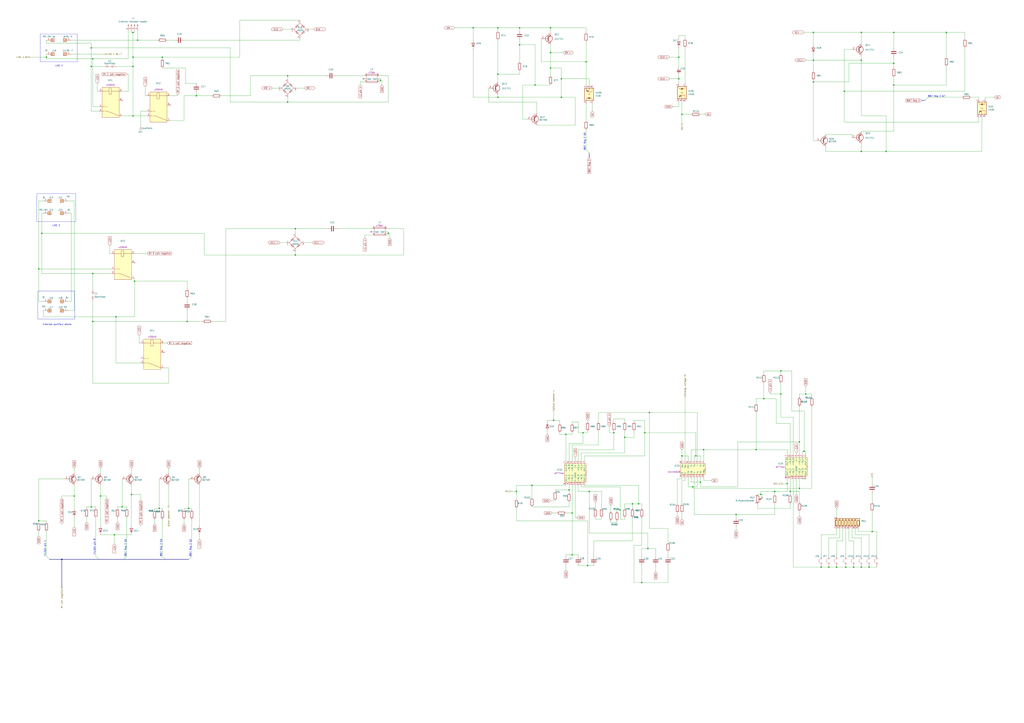
<source format=kicad_sch>
(kicad_sch (version 20250114) (generator "eeschema") (generator_version "9.0")
  (paper "A1")
  (rectangle (start 30.988 239.268) (end 61.468 262.128))
  (rectangle (start 33.02 27.94) (end 63.5 50.8))
  (rectangle (start 30.226 159.258) (end 62.23 182.118))
  (text "LINE 2" (at 46.228 185.42 0) (effects (font (size 1.27 1.27))))
  (text "External auxiliary phone" (at 46.99 266.7 0) (effects (font (size 1.27 1.27))))
  (text "LINE 1" (at 48.514 54.102 0) (effects (font (size 1.27 1.27))))
  (junction (at 454.66 345.44))
  (junction (at 109.22 46.99))
  (junction (at 312.42 66.04))
  (junction (at 426.72 22.86))
  (junction (at 110.49 231.14))
  (junction (at 641.35 304.8))
  (junction (at 130.81 417.83))
  (junction (at 504.19 355.6))
  (junction (at 575.31 396.24))
  (junction (at 408.94 80.01))
  (junction (at 74.93 54.61))
  (junction (at 707.39 466.09))
  (junction (at 154.94 417.83))
  (junction (at 236.22 83.82))
  (junction (at 469.9 455.93))
  (junction (at 604.52 422.91))
  (junction (at 560.07 93.98))
  (junction (at 31.75 427.99))
  (junction (at 74.93 416.56))
  (junction (at 707.39 49.53))
  (junction (at 38.1 46.99))
  (junction (at 694.69 466.09))
  (junction (at 680.72 466.09))
  (junction (at 161.29 78.74))
  (junction (at 646.43 397.51))
  (junction (at 693.42 74.93))
  (junction (at 513.08 359.41))
  (junction (at 481.33 50.8))
  (junction (at 95.25 260.35))
  (junction (at 641.35 323.85))
  (junction (at 461.01 80.01))
  (junction (at 439.42 69.85))
  (junction (at 236.22 62.23))
  (junction (at 716.28 436.88))
  (junction (at 777.24 26.67))
  (junction (at 31.75 220.98))
  (junction (at 60.96 407.67))
  (junction (at 82.55 407.67))
  (junction (at 109.22 95.25))
  (junction (at 436.88 398.78))
  (junction (at 153.67 264.16))
  (junction (at 656.59 363.22))
  (junction (at 242.57 187.96))
  (junction (at 668.02 49.53))
  (junction (at 318.77 191.77))
  (junction (at 727.71 124.46))
  (junction (at 76.2 48.26))
  (junction (at 424.18 403.86))
  (junction (at 707.39 26.67))
  (junction (at 452.12 55.88))
  (junction (at 701.04 466.09))
  (junction (at 76.2 264.16))
  (junction (at 242.57 209.55))
  (junction (at 133.35 46.99))
  (junction (at 532.13 450.85))
  (junction (at 461.01 64.77))
  (junction (at 100.33 416.56))
  (junction (at 627.38 327.66))
  (junction (at 34.29 191.77))
  (junction (at 571.5 374.65))
  (junction (at 483.87 403.86))
  (junction (at 452.12 22.86))
  (junction (at 478.79 355.6))
  (junction (at 660.4 370.84))
  (junction (at 577.85 369.57))
  (junction (at 109.22 54.61))
  (junction (at 93.98 439.42))
  (junction (at 624.84 406.4))
  (junction (at 557.53 64.77))
  (junction (at 527.05 478.79))
  (junction (at 533.4 339.09))
  (junction (at 687.07 466.09))
  (junction (at 661.67 323.85))
  (junction (at 621.03 369.57))
  (junction (at 113.03 33.02))
  (junction (at 734.06 26.67))
  (junction (at 76.2 224.79))
  (junction (at 452.12 43.18))
  (junction (at 713.74 466.09))
  (junction (at 469.9 421.64))
  (junction (at 464.82 356.87))
  (junction (at 734.06 52.07))
  (junction (at 668.02 26.67))
  (junction (at 519.43 414.02))
  (junction (at 524.51 414.02))
  (junction (at 388.62 22.86))
  (junction (at 560.07 374.65))
  (junction (at 656.59 401.32))
  (junction (at 50.8 459.74))
  (junction (at 668.02 67.31))
  (junction (at 426.72 36.83))
  (junction (at 408.94 22.86))
  (junction (at 529.59 355.6))
  (junction (at 707.39 124.46))
  (junction (at 734.06 69.85))
  (junction (at 648.97 403.86))
  (junction (at 109.22 26.67))
  (junction (at 482.6 464.82))
  (junction (at 557.53 46.99))
  (junction (at 408.94 60.96))
  (junction (at 636.27 403.86))
  (junction (at 74.93 39.37))
  (junction (at 674.37 466.09))
  (junction (at 107.95 406.4))
  (junction (at 467.36 402.59))
  (junction (at 568.96 400.05))
  (junction (at 509.27 419.1))
  (no_connect (at 304.8 190.5))
  (no_connect (at 298.45 64.77))
  (bus_entry (at 38.1 457.2) (size 2.54 2.54))
  (bus_entry (at 157.48 457.2) (size -2.54 2.54))
  (bus_entry (at 762 80.01) (size -2.54 2.54))
  (bus_entry (at 133.35 457.2) (size 2.54 2.54))
  (bus_entry (at 78.74 457.2) (size 2.54 2.54))
  (bus_entry (at 481.33 123.19) (size 2.54 2.54))
  (bus_entry (at 104.14 457.2) (size -2.54 2.54))
  (wire (pts (xy 151.13 99.06) (xy 151.13 78.74)))
  (wire (pts (xy 621.03 327.66) (xy 627.38 327.66)))
  (wire (pts (xy 548.64 453.39) (xy 548.64 457.2)))
  (wire (pts (xy 562.61 68.58) (xy 562.61 39.37)))
  (wire (pts (xy 557.53 39.37) (xy 557.53 46.99)))
  (wire (pts (xy 494.03 403.86) (xy 494.03 417.83)))
  (wire (pts (xy 650.24 304.8) (xy 641.35 304.8)))
  (wire (pts (xy 734.06 69.85) (xy 734.06 63.5)))
  (wire (pts (xy 604.52 422.91) (xy 636.27 422.91)))
  (wire (pts (xy 439.42 36.83) (xy 426.72 36.83)))
  (wire (pts (xy 38.1 35.56) (xy 74.93 35.56)))
  (wire (pts (xy 575.31 396.24) (xy 575.31 400.05)))
  (wire (pts (xy 74.93 39.37) (xy 74.93 35.56)))
  (wire (pts (xy 519.43 414.02) (xy 524.51 414.02)))
  (wire (pts (xy 318.77 190.5) (xy 317.5 190.5)))
  (wire (pts (xy 562.61 392.43) (xy 562.61 394.97)))
  (wire (pts (xy 716.28 392.43) (xy 716.28 397.51)))
  (wire (pts (xy 93.98 447.04) (xy 93.98 439.42)))
  (bus (pts (xy 483.87 125.73) (xy 483.87 129.54)))
  (wire (pts (xy 78.74 417.83) (xy 78.74 416.56)))
  (wire (pts (xy 474.98 455.93) (xy 474.98 457.2)))
  (wire (pts (xy 792.48 26.67) (xy 777.24 26.67)))
  (wire (pts (xy 133.35 426.72) (xy 133.35 457.2)))
  (wire (pts (xy 477.52 372.11) (xy 513.08 372.11)))
  (wire (pts (xy 777.24 69.85) (xy 734.06 69.85)))
  (wire (pts (xy 605.79 400.05) (xy 605.79 363.22)))
  (wire (pts (xy 694.69 466.09) (xy 701.04 466.09)))
  (wire (pts (xy 35.56 255.27) (xy 35.56 260.35)))
  (bus (pts (xy 756.92 82.55) (xy 759.46 82.55)))
  (wire (pts (xy 577.85 394.97) (xy 577.85 392.43)))
  (wire (pts (xy 650.24 337.82) (xy 650.24 304.8)))
  (wire (pts (xy 488.95 412.75) (xy 488.95 417.83)))
  (wire (pts (xy 674.37 466.09) (xy 651.51 466.09)))
  (wire (pts (xy 31.75 427.99) (xy 38.1 427.99)))
  (wire (pts (xy 424.18 427.99) (xy 424.18 417.83)))
  (wire (pts (xy 674.37 466.09) (xy 680.72 466.09)))
  (wire (pts (xy 469.9 378.46) (xy 469.9 365.76)))
  (wire (pts (xy 452.12 22.86) (xy 452.12 26.67)))
  (wire (pts (xy 707.39 45.72) (xy 707.39 49.53)))
  (wire (pts (xy 312.42 66.04) (xy 313.69 66.04)))
  (wire (pts (xy 734.06 39.37) (xy 734.06 26.67)))
  (wire (pts (xy 154.94 393.7) (xy 154.94 417.83)))
  (wire (pts (xy 699.77 40.64) (xy 693.42 40.64)))
  (wire (pts (xy 299.72 195.58) (xy 299.72 193.04)))
  (wire (pts (xy 565.15 378.46) (xy 565.15 374.65)))
  (wire (pts (xy 621.03 369.57) (xy 577.85 369.57)))
  (wire (pts (xy 60.96 255.27) (xy 55.88 255.27)))
  (wire (pts (xy 504.19 344.17) (xy 513.08 344.17)))
  (wire (pts (xy 60.96 417.83) (xy 60.96 407.67)))
  (wire (pts (xy 90.17 201.93) (xy 90.17 208.28)))
  (wire (pts (xy 687.07 455.93) (xy 687.07 444.5)))
  (wire (pts (xy 654.05 393.7) (xy 654.05 406.4)))
  (wire (pts (xy 816.61 80.01) (xy 808.99 80.01)))
  (wire (pts (xy 549.91 64.77) (xy 557.53 64.77)))
  (wire (pts (xy 506.73 419.1) (xy 509.27 419.1)))
  (wire (pts (xy 560.07 426.72) (xy 560.07 421.64)))
  (wire (pts (xy 120.65 91.44) (xy 115.57 91.44)))
  (wire (pts (xy 157.48 419.1) (xy 157.48 417.83)))
  (wire (pts (xy 556.26 393.7) (xy 560.07 393.7)))
  (wire (pts (xy 707.39 26.67) (xy 707.39 35.56)))
  (wire (pts (xy 716.28 405.13) (xy 716.28 412.75)))
  (wire (pts (xy 58.42 44.45) (xy 86.36 44.45)))
  (bus (pts (xy 135.89 459.74) (xy 154.94 459.74)))
  (wire (pts (xy 320.04 191.77) (xy 320.04 195.58)))
  (wire (pts (xy 565.15 392.43) (xy 565.15 400.05)))
  (wire (pts (xy 455.93 402.59) (xy 467.36 402.59)))
  (wire (pts (xy 31.75 220.98) (xy 91.44 220.98)))
  (wire (pts (xy 627.38 307.34) (xy 627.38 304.8)))
  (wire (pts (xy 275.59 62.23) (xy 299.72 62.23)))
  (wire (pts (xy 424.18 403.86) (xy 424.18 410.21)))
  (wire (pts (xy 115.57 411.48) (xy 115.57 406.4)))
  (wire (pts (xy 58.42 247.65) (xy 58.42 175.26)))
  (wire (pts (xy 701.04 444.5) (xy 697.23 444.5)))
  (wire (pts (xy 452.12 43.18) (xy 452.12 55.88)))
  (wire (pts (xy 472.44 425.45) (xy 472.44 398.78)))
  (wire (pts (xy 520.7 345.44) (xy 520.7 346.71)))
  (wire (pts (xy 482.6 345.44) (xy 482.6 346.71)))
  (wire (pts (xy 648.97 393.7) (xy 648.97 403.86)))
  (wire (pts (xy 513.08 372.11) (xy 513.08 359.41)))
  (wire (pts (xy 575.31 378.46) (xy 575.31 374.65)))
  (wire (pts (xy 133.35 55.88) (xy 152.4 55.88)))
  (wire (pts (xy 452.12 55.88) (xy 452.12 62.23)))
  (wire (pts (xy 524.51 398.78) (xy 524.51 414.02)))
  (bus (pts (xy 40.64 459.74) (xy 50.8 459.74)))
  (wire (pts (xy 38.1 33.02) (xy 38.1 35.56)))
  (wire (pts (xy 71.12 429.26) (xy 71.12 425.45)))
  (wire (pts (xy 424.18 398.78) (xy 436.88 398.78)))
  (wire (pts (xy 548.64 434.34) (xy 533.4 434.34)))
  (wire (pts (xy 527.05 478.79) (xy 548.64 478.79)))
  (wire (pts (xy 436.88 408.94) (xy 436.88 398.78)))
  (wire (pts (xy 648.97 417.83) (xy 648.97 414.02)))
  (wire (pts (xy 109.22 26.67) (xy 109.22 46.99)))
  (wire (pts (xy 452.12 55.88) (xy 461.01 55.88)))
  (wire (pts (xy 707.39 441.96) (xy 699.77 441.96)))
  (wire (pts (xy 31.75 427.99) (xy 31.75 429.26)))
  (wire (pts (xy 579.12 93.98) (xy 575.31 93.98)))
  (wire (pts (xy 401.32 72.39) (xy 401.32 83.82)))
  (wire (pts (xy 734.06 69.85) (xy 734.06 107.95)))
  (wire (pts (xy 480.06 398.78) (xy 524.51 398.78)))
  (wire (pts (xy 584.2 394.97) (xy 577.85 394.97)))
  (wire (pts (xy 95.25 298.45) (xy 95.25 260.35)))
  (wire (pts (xy 519.43 425.45) (xy 519.43 444.5)))
  (wire (pts (xy 687.07 439.42) (xy 687.07 434.34)))
  (wire (pts (xy 577.85 369.57) (xy 577.85 378.46)))
  (wire (pts (xy 702.31 439.42) (xy 702.31 434.34)))
  (wire (pts (xy 491.49 365.76) (xy 491.49 354.33)))
  (wire (pts (xy 81.28 87.63) (xy 76.2 87.63)))
  (wire (pts (xy 153.67 264.16) (xy 166.37 264.16)))
  (wire (pts (xy 313.69 66.04) (xy 313.69 69.85)))
  (wire (pts (xy 571.5 355.6) (xy 529.59 355.6)))
  (wire (pts (xy 699.77 110.49) (xy 699.77 113.03)))
  (wire (pts (xy 661.67 370.84) (xy 661.67 373.38)))
  (wire (pts (xy 151.13 78.74) (xy 161.29 78.74)))
  (wire (pts (xy 668.02 67.31) (xy 668.02 115.57)))
  (wire (pts (xy 572.77 339.09) (xy 572.77 378.46)))
  (wire (pts (xy 31.75 440.69) (xy 31.75 436.88)))
  (wire (pts (xy 151.13 419.1) (xy 151.13 417.83)))
  (wire (pts (xy 60.96 384.81) (xy 60.96 388.62)))
  (wire (pts (xy 461.01 64.77) (xy 461.01 80.01)))
  (wire (pts (xy 459.74 356.87) (xy 464.82 356.87)))
  (wire (pts (xy 660.4 26.67) (xy 668.02 26.67)))
  (wire (pts (xy 641.35 323.85) (xy 641.35 342.9)))
  (wire (pts (xy 236.22 83.82) (xy 318.77 83.82)))
  (wire (pts (xy 560.07 83.82) (xy 560.07 93.98)))
  (wire (pts (xy 666.75 334.01) (xy 666.75 401.32)))
  (wire (pts (xy 666.75 326.39) (xy 666.75 323.85)))
  (wire (pts (xy 480.06 374.65) (xy 529.59 374.65)))
  (wire (pts (xy 119.38 78.74) (xy 120.65 78.74)))
  (wire (pts (xy 707.39 95.25) (xy 727.71 95.25)))
  (wire (pts (xy 666.75 401.32) (xy 656.59 401.32)))
  (wire (pts (xy 520.7 359.41) (xy 520.7 354.33)))
  (wire (pts (xy 426.72 22.86) (xy 426.72 25.4)))
  (wire (pts (xy 104.14 416.56) (xy 100.33 416.56)))
  (wire (pts (xy 107.95 406.4) (xy 107.95 398.78)))
  (wire (pts (xy 163.83 384.81) (xy 163.83 388.62)))
  (wire (pts (xy 707.39 26.67) (xy 734.06 26.67)))
  (wire (pts (xy 452.12 22.86) (xy 481.33 22.86)))
  (wire (pts (xy 642.62 397.51) (xy 646.43 397.51)))
  (wire (pts (xy 133.35 419.1) (xy 133.35 417.83)))
  (wire (pts (xy 567.69 378.46) (xy 567.69 369.57)))
  (wire (pts (xy 520.7 448.31) (xy 520.7 478.79)))
  (wire (pts (xy 107.95 431.8) (xy 107.95 406.4)))
  (wire (pts (xy 408.94 80.01) (xy 461.01 80.01)))
  (wire (pts (xy 533.4 339.09) (xy 572.77 339.09)))
  (wire (pts (xy 31.75 393.7) (xy 31.75 427.99)))
  (wire (pts (xy 486.41 91.44) (xy 486.41 85.09)))
  (wire (pts (xy 570.23 392.43) (xy 570.23 422.91)))
  (wire (pts (xy 501.65 429.26) (xy 501.65 427.99)))
  (wire (pts (xy 707.39 49.53) (xy 668.02 49.53)))
  (wire (pts (xy 701.04 466.09) (xy 707.39 466.09)))
  (wire (pts (xy 474.98 369.57) (xy 474.98 378.46)))
  (wire (pts (xy 429.26 97.79) (xy 429.26 69.85)))
  (wire (pts (xy 562.61 326.39) (xy 562.61 378.46)))
  (wire (pts (xy 444.5 31.75) (xy 444.5 50.8)))
  (wire (pts (xy 81.28 91.44) (xy 74.93 91.44)))
  (wire (pts (xy 104.14 60.96) (xy 105.41 60.96)))
  (wire (pts (xy 560.07 93.98) (xy 560.07 101.6)))
  (wire (pts (xy 133.35 46.99) (xy 196.85 46.99)))
  (wire (pts (xy 622.3 414.02) (xy 622.3 417.83)))
  (wire (pts (xy 256.54 199.39) (xy 250.19 199.39)))
  (wire (pts (xy 687.07 466.09) (xy 694.69 466.09)))
  (wire (pts (xy 469.9 455.93) (xy 474.98 455.93)))
  (wire (pts (xy 491.49 339.09) (xy 491.49 346.71)))
  (wire (pts (xy 716.28 420.37) (xy 716.28 436.88)))
  (wire (pts (xy 318.77 190.5) (xy 318.77 191.77)))
  (wire (pts (xy 426.72 36.83) (xy 426.72 33.02)))
  (wire (pts (xy 152.4 68.58) (xy 161.29 68.58)))
  (wire (pts (xy 680.72 466.09) (xy 687.07 466.09)))
  (wire (pts (xy 455.93 403.86) (xy 455.93 402.59)))
  (wire (pts (xy 105.41 25.4) (xy 105.41 48.26)))
  (wire (pts (xy 138.43 384.81) (xy 138.43 388.62)))
  (wire (pts (xy 567.69 396.24) (xy 575.31 396.24)))
  (wire (pts (xy 426.72 50.8) (xy 426.72 36.83)))
  (wire (pts (xy 31.75 247.65) (xy 35.56 247.65)))
  (wire (pts (xy 481.33 85.09) (xy 481.33 99.06)))
  (wire (pts (xy 560.07 93.98) (xy 567.69 93.98)))
  (wire (pts (xy 552.45 87.63) (xy 557.53 87.63)))
  (wire (pts (xy 622.3 406.4) (xy 624.84 406.4)))
  (wire (pts (xy 104.14 425.45) (xy 104.14 457.2)))
  (wire (pts (xy 519.43 444.5) (xy 487.68 444.5)))
  (wire (pts (xy 605.79 363.22) (xy 656.59 363.22)))
  (wire (pts (xy 242.57 191.77) (xy 242.57 187.96)))
  (wire (pts (xy 96.52 429.26) (xy 96.52 425.45)))
  (wire (pts (xy 269.24 187.96) (xy 242.57 187.96)))
  (wire (pts (xy 481.33 34.29) (xy 481.33 50.8)))
  (wire (pts (xy 483.87 403.86) (xy 494.03 403.86)))
  (wire (pts (xy 627.38 314.96) (xy 627.38 327.66)))
  (wire (pts (xy 570.23 374.65) (xy 570.23 378.46)))
  (wire (pts (xy 31.75 165.1) (xy 31.75 220.98)))
  (wire (pts (xy 58.42 33.02) (xy 113.03 33.02)))
  (wire (pts (xy 557.53 87.63) (xy 557.53 83.82)))
  (wire (pts (xy 513.08 359.41) (xy 520.7 359.41)))
  (wire (pts (xy 656.59 393.7) (xy 656.59 401.32)))
  (wire (pts (xy 78.74 416.56) (xy 74.93 416.56)))
  (wire (pts (xy 163.83 431.8) (xy 163.83 398.78)))
  (bus (pts (xy 101.6 459.74) (xy 135.89 459.74)))
  (wire (pts (xy 436.88 398.78) (xy 464.82 398.78)))
  (wire (pts (xy 318.77 191.77) (xy 320.04 191.77)))
  (wire (pts (xy 304.8 190.5) (xy 306.07 190.5)))
  (wire (pts (xy 806.45 96.52) (xy 806.45 124.46)))
  (wire (pts (xy 474.98 398.78) (xy 474.98 403.86)))
  (wire (pts (xy 656.59 323.85) (xy 661.67 323.85)))
  (wire (pts (xy 482.6 464.82) (xy 487.68 464.82)))
  (wire (pts (xy 674.37 455.93) (xy 674.37 439.42)))
  (wire (pts (xy 687.07 444.5) (xy 692.15 444.5)))
  (wire (pts (xy 524.51 414.02) (xy 527.05 414.02)))
  (wire (pts (xy 312.42 67.31) (xy 311.15 67.31)))
  (wire (pts (xy 50.8 407.67) (xy 50.8 410.21)))
  (wire (pts (xy 527.05 425.45) (xy 527.05 448.31)))
  (wire (pts (xy 792.48 74.93) (xy 693.42 74.93)))
  (wire (pts (xy 727.71 95.25) (xy 727.71 124.46)))
  (wire (pts (xy 299.72 67.31) (xy 295.91 67.31)))
  (wire (pts (xy 660.4 370.84) (xy 661.67 370.84)))
  (wire (pts (xy 120.65 208.28) (xy 110.49 208.28)))
  (wire (pts (xy 306.07 187.96) (xy 276.86 187.96)))
  (wire (pts (xy 560.07 369.57) (xy 560.07 374.65)))
  (wire (pts (xy 482.6 355.6) (xy 482.6 354.33)))
  (wire (pts (xy 452.12 411.48) (xy 455.93 411.48)))
  (wire (pts (xy 454.66 345.44) (xy 459.74 345.44)))
  (wire (pts (xy 693.42 100.33) (xy 803.91 100.33)))
  (wire (pts (xy 129.54 33.02) (xy 113.03 33.02)))
  (wire (pts (xy 548.64 445.77) (xy 548.64 434.34)))
  (wire (pts (xy 189.23 39.37) (xy 189.23 83.82)))
  (wire (pts (xy 464.82 455.93) (xy 469.9 455.93)))
  (wire (pts (xy 659.13 393.7) (xy 661.67 393.7)))
  (wire (pts (xy 130.81 393.7) (xy 130.81 417.83)))
  (wire (pts (xy 71.12 417.83) (xy 71.12 416.56)))
  (wire (pts (xy 74.93 54.61) (xy 85.09 54.61)))
  (wire (pts (xy 110.49 25.4) (xy 110.49 26.67)))
  (wire (pts (xy 707.39 124.46) (xy 707.39 118.11)))
  (wire (pts (xy 707.39 124.46) (xy 678.18 124.46)))
  (wire (pts (xy 146.05 78.74) (xy 139.7 78.74)))
  (wire (pts (xy 604.52 425.45) (xy 604.52 422.91)))
  (wire (pts (xy 529.59 374.65) (xy 529.59 355.6)))
  (wire (pts (xy 557.53 64.77) (xy 557.53 68.58)))
  (wire (pts (xy 548.64 478.79) (xy 548.64 464.82)))
  (wire (pts (xy 641.35 342.9) (xy 651.51 342.9)))
  (wire (pts (xy 562.61 394.97) (xy 560.07 394.97)))
  (wire (pts (xy 74.93 54.61) (xy 74.93 39.37)))
  (wire (pts (xy 509.27 419.1) (xy 509.27 400.05)))
  (wire (pts (xy 560.07 393.7) (xy 560.07 392.43)))
  (wire (pts (xy 50.8 407.67) (xy 60.96 407.67)))
  (bus (pts (xy 50.8 459.74) (xy 81.28 459.74)))
  (wire (pts (xy 331.47 187.96) (xy 317.5 187.96)))
  (wire (pts (xy 734.06 52.07) (xy 734.06 46.99)))
  (wire (pts (xy 408.94 80.01) (xy 388.62 80.01)))
  (wire (pts (xy 246.38 33.02) (xy 246.38 31.75)))
  (wire (pts (xy 454.66 337.82) (xy 454.66 345.44)))
  (wire (pts (xy 734.06 26.67) (xy 777.24 26.67)))
  (wire (pts (xy 668.02 67.31) (xy 697.23 67.31)))
  (wire (pts (xy 76.2 48.26) (xy 105.41 48.26)))
  (wire (pts (xy 777.24 54.61) (xy 777.24 69.85)))
  (wire (pts (xy 472.44 102.87) (xy 440.69 102.87)))
  (wire (pts (xy 478.79 355.6) (xy 482.6 355.6)))
  (wire (pts (xy 146.05 77.47) (xy 146.05 78.74)))
  (wire (pts (xy 153.67 245.11) (xy 153.67 247.65)))
  (wire (pts (xy 312.42 64.77) (xy 311.15 64.77)))
  (wire (pts (xy 506.73 429.26) (xy 506.73 427.99)))
  (wire (pts (xy 803.91 80.01) (xy 803.91 81.28)))
  (wire (pts (xy 76.2 247.65) (xy 76.2 264.16)))
  (wire (pts (xy 637.54 327.66) (xy 637.54 347.98)))
  (wire (pts (xy 469.9 356.87) (xy 469.9 355.6)))
  (wire (pts (xy 697.23 52.07) (xy 734.06 52.07)))
  (wire (pts (xy 571.5 374.65) (xy 571.5 355.6)))
  (wire (pts (xy 298.45 64.77) (xy 299.72 64.77)))
  (wire (pts (xy 154.94 417.83) (xy 151.13 417.83)))
  (wire (pts (xy 462.28 43.18) (xy 452.12 43.18)))
  (wire (pts (xy 115.57 298.45) (xy 95.25 298.45)))
  (wire (pts (xy 627.38 327.66) (xy 637.54 327.66)))
  (wire (pts (xy 626.11 406.4) (xy 626.11 410.21)))
  (wire (pts (xy 55.88 247.65) (xy 58.42 247.65)))
  (wire (pts (xy 491.49 339.09) (xy 533.4 339.09)))
  (wire (pts (xy 704.85 436.88) (xy 716.28 436.88)))
  (wire (pts (xy 82.55 407.67) (xy 82.55 398.78)))
  (wire (pts (xy 654.05 372.11) (xy 654.05 373.38)))
  (wire (pts (xy 464.82 421.64) (xy 469.9 421.64)))
  (wire (pts (xy 656.59 334.01) (xy 656.59 363.22)))
  (wire (pts (xy 114.3 275.59) (xy 114.3 281.94)))
  (wire (pts (xy 567.69 369.57) (xy 577.85 369.57)))
  (wire (pts (xy 473.71 425.45) (xy 472.44 425.45)))
  (wire (pts (xy 469.9 398.78) (xy 469.9 421.64)))
  (wire (pts (xy 34.29 191.77) (xy 167.64 191.77)))
  (wire (pts (xy 472.44 80.01) (xy 472.44 102.87)))
  (wire (pts (xy 373.38 22.86) (xy 388.62 22.86)))
  (wire (pts (xy 504.19 369.57) (xy 474.98 369.57)))
  (wire (pts (xy 689.61 441.96) (xy 689.61 434.34)))
  (wire (pts (xy 557.53 46.99) (xy 557.53 55.88)))
  (wire (pts (xy 636.27 406.4) (xy 636.27 403.86)))
  (wire (pts (xy 74.93 39.37) (xy 189.23 39.37)))
  (wire (pts (xy 469.9 347.98) (xy 469.9 346.71)))
  (wire (pts (xy 538.48 469.9) (xy 538.48 464.82)))
  (wire (pts (xy 388.62 33.02) (xy 388.62 22.86)))
  (wire (pts (xy 474.98 346.71) (xy 474.98 355.6)))
  (wire (pts (xy 38.1 46.99) (xy 38.1 48.26)))
  (wire (pts (xy 151.13 426.72) (xy 151.13 430.53)))
  (wire (pts (xy 100.33 416.56) (xy 96.52 416.56)))
  (wire (pts (xy 803.91 100.33) (xy 803.91 96.52)))
  (wire (pts (xy 408.94 67.31) (xy 408.94 60.96)))
  (wire (pts (xy 38.1 436.88) (xy 38.1 457.2)))
  (wire (pts (xy 693.42 40.64) (xy 693.42 74.93)))
  (wire (pts (xy 90.17 208.28) (xy 91.44 208.28)))
  (wire (pts (xy 452.12 69.85) (xy 439.42 69.85)))
  (wire (pts (xy 185.42 264.16) (xy 185.42 187.96)))
  (wire (pts (xy 632.46 323.85) (xy 632.46 322.58)))
  (wire (pts (xy 87.63 407.67) (xy 82.55 407.67)))
  (wire (pts (xy 477.52 378.46) (xy 477.52 372.11)))
  (wire (pts (xy 464.82 356.87) (xy 469.9 356.87)))
  (wire (pts (xy 469.9 365.76) (xy 491.49 365.76)))
  (wire (pts (xy 109.22 26.67) (xy 110.49 26.67)))
  (wire (pts (xy 557.53 29.21) (xy 562.61 29.21)))
  (wire (pts (xy 130.81 417.83) (xy 127 417.83)))
  (wire (pts (xy 519.43 417.83) (xy 519.43 414.02)))
  (wire (pts (xy 95.25 260.35) (xy 110.49 260.35)))
  (wire (pts (xy 436.88 416.56) (xy 467.36 416.56)))
  (wire (pts (xy 504.19 346.71) (xy 504.19 344.17)))
  (wire (pts (xy 299.72 193.04) (xy 306.07 193.04)))
  (wire (pts (xy 461.01 55.88) (xy 461.01 64.77)))
  (wire (pts (xy 692.15 444.5) (xy 692.15 434.34)))
  (wire (pts (xy 167.64 191.77) (xy 167.64 209.55)))
  (wire (pts (xy 557.53 60.96) (xy 557.53 64.77)))
  (wire (pts (xy 93.98 439.42) (xy 107.95 439.42)))
  (wire (pts (xy 527.05 464.82) (xy 527.05 478.79)))
  (wire (pts (xy 661.67 323.85) (xy 666.75 323.85)))
  (wire (pts (xy 110.49 231.14) (xy 110.49 260.35)))
  (wire (pts (xy 119.38 71.12) (xy 119.38 78.74)))
  (wire (pts (xy 424.18 427.99) (xy 482.6 427.99)))
  (wire (pts (xy 481.33 22.86) (xy 481.33 26.67)))
  (wire (pts (xy 668.02 115.57) (xy 670.56 115.57)))
  (wire (pts (xy 419.1 403.86) (xy 424.18 403.86)))
  (wire (pts (xy 250.19 72.39) (xy 243.84 72.39)))
  (wire (pts (xy 107.95 25.4) (xy 107.95 26.67)))
  (wire (pts (xy 648.97 403.86) (xy 648.97 406.4)))
  (wire (pts (xy 453.39 421.64) (xy 457.2 421.64)))
  (wire (pts (xy 467.36 412.75) (xy 467.36 416.56)))
  (wire (pts (xy 153.67 231.14) (xy 153.67 237.49)))
  (wire (pts (xy 223.52 72.39) (xy 228.6 72.39)))
  (wire (pts (xy 408.94 33.02) (xy 408.94 60.96)))
  (wire (pts (xy 115.57 406.4) (xy 107.95 406.4)))
  (wire (pts (xy 80.01 74.93) (xy 81.28 74.93)))
  (wire (pts (xy 549.91 46.99) (xy 557.53 46.99)))
  (wire (pts (xy 236.22 62.23) (xy 236.22 64.77)))
  (wire (pts (xy 157.48 426.72) (xy 157.48 457.2)))
  (wire (pts (xy 173.99 78.74) (xy 161.29 78.74)))
  (wire (pts (xy 138.43 302.26) (xy 134.62 302.26)))
  (wire (pts (xy 792.48 39.37) (xy 792.48 74.93)))
  (wire (pts (xy 483.87 69.85) (xy 483.87 64.77)))
  (wire (pts (xy 660.4 337.82) (xy 650.24 337.82)))
  (wire (pts (xy 133.35 48.26) (xy 133.35 46.99)))
  (bus (pts (xy 81.28 459.74) (xy 101.6 459.74)))
  (wire (pts (xy 76.2 264.16) (xy 153.67 264.16)))
  (wire (pts (xy 494.03 426.72) (xy 494.03 425.45)))
  (wire (pts (xy 481.33 69.85) (xy 481.33 50.8)))
  (wire (pts (xy 513.08 417.83) (xy 513.08 414.02)))
  (wire (pts (xy 641.35 304.8) (xy 641.35 307.34)))
  (wire (pts (xy 74.93 393.7) (xy 74.93 416.56)))
  (wire (pts (xy 107.95 384.81) (xy 107.95 388.62)))
  (wire (pts (xy 806.45 124.46) (xy 727.71 124.46)))
  (wire (pts (xy 82.55 431.8) (xy 82.55 407.67)))
  (wire (pts (xy 713.74 466.09) (xy 720.09 466.09)))
  (wire (pts (xy 504.19 355.6) (xy 504.19 369.57)))
  (wire (pts (xy 646.43 373.38) (xy 646.43 369.57)))
  (wire (pts (xy 100.33 95.25) (xy 109.22 95.25)))
  (wire (pts (xy 661.67 49.53) (xy 668.02 49.53)))
  (wire (pts (xy 482.6 427.99) (xy 482.6 464.82)))
  (wire (pts (xy 76.2 237.49) (xy 76.2 224.79)))
  (wire (pts (xy 242.57 207.01) (xy 242.57 209.55)))
  (wire (pts (xy 452.12 36.83) (xy 452.12 43.18)))
  (wire (pts (xy 693.42 74.93) (xy 693.42 100.33)))
  (wire (pts (xy 513.08 425.45) (xy 513.08 426.72)))
  (wire (pts (xy 527.05 448.31) (xy 520.7 448.31)))
  (wire (pts (xy 527.05 450.85) (xy 532.13 450.85)))
  (wire (pts (xy 153.67 255.27) (xy 153.67 264.16)))
  (wire (pts (xy 648.97 347.98) (xy 648.97 373.38)))
  (wire (pts (xy 242.57 209.55) (xy 331.47 209.55)))
  (wire (pts (xy 568.96 401.32) (xy 656.59 401.32)))
  (wire (pts (xy 38.1 44.45) (xy 38.1 46.99)))
  (wire (pts (xy 38.1 429.26) (xy 38.1 427.99)))
  (wire (pts (xy 646.43 397.51) (xy 646.43 393.7)))
  (wire (pts (xy 95.25 54.61) (xy 109.22 54.61)))
  (wire (pts (xy 734.06 107.95) (xy 707.39 107.95)))
  (wire (pts (xy 467.36 405.13) (xy 467.36 402.59)))
  (wire (pts (xy 426.72 22.86) (xy 452.12 22.86)))
  (wire (pts (xy 107.95 26.67) (xy 109.22 26.67)))
  (wire (pts (xy 680.72 455.93) (xy 680.72 441.96)))
  (wire (pts (xy 678.18 110.49) (xy 699.77 110.49)))
  (wire (pts (xy 154.94 393.7) (xy 156.21 393.7)))
  (wire (pts (xy 500.38 350.52) (xy 500.38 355.6)))
  (wire (pts (xy 408.94 22.86) (xy 426.72 22.86)))
  (wire (pts (xy 636.27 414.02) (xy 636.27 422.91)))
  (wire (pts (xy 388.62 22.86) (xy 408.94 22.86)))
  (wire (pts (xy 109.22 95.25) (xy 120.65 95.25)))
  (wire (pts (xy 331.47 209.55) (xy 331.47 187.96)))
  (wire (pts (xy 408.94 77.47) (xy 408.94 80.01)))
  (wire (pts (xy 109.22 46.99) (xy 109.22 54.61)))
  (wire (pts (xy 267.97 62.23) (xy 236.22 62.23)))
  (wire (pts (xy 35.56 260.35) (xy 95.25 260.35)))
  (wire (pts (xy 24.13 46.99) (xy 38.1 46.99)))
  (wire (pts (xy 110.49 231.14) (xy 110.49 228.6)))
  (wire (pts (xy 449.58 345.44) (xy 454.66 345.44)))
  (wire (pts (xy 483.87 438.15) (xy 483.87 403.86)))
  (wire (pts (xy 659.13 370.84) (xy 660.4 370.84)))
  (wire (pts (xy 556.26 424.18) (xy 556.26 421.64)))
  (wire (pts (xy 467.36 402.59) (xy 467.36 398.78)))
  (wire (pts (xy 76.2 48.26) (xy 76.2 87.63)))
  (wire (pts (xy 232.41 24.13) (xy 238.76 24.13)))
  (wire (pts (xy 506.73 419.1) (xy 506.73 420.37)))
  (wire (pts (xy 459.74 345.44) (xy 459.74 347.98)))
  (wire (pts (xy 513.08 414.02) (xy 519.43 414.02)))
  (wire (pts (xy 318.77 62.23) (xy 311.15 62.23)))
  (wire (pts (xy 532.13 450.85) (xy 532.13 438.15)))
  (wire (pts (xy 668.02 49.53) (xy 668.02 58.42)))
  (wire (pts (xy 513.08 426.72) (xy 509.27 426.72)))
  (wire (pts (xy 426.72 60.96) (xy 426.72 58.42)))
  (wire (pts (xy 236.22 80.01) (xy 236.22 83.82)))
  (wire (pts (xy 803.91 80.01) (xy 797.56 80.01)))
  (wire (pts (xy 560.07 374.65) (xy 560.07 378.46)))
  (wire (pts (xy 694.69 434.34) (xy 694.69 455.93)))
  (wire (pts (xy 656.59 363.22) (xy 656.59 373.38)))
  (wire (pts (xy 105.41 74.93) (xy 100.33 74.93)))
  (wire (pts (xy 661.67 317.5) (xy 661.67 323.85)))
  (wire (pts (xy 459.74 356.87) (xy 459.74 355.6)))
  (wire (pts (xy 464.82 356.87) (xy 464.82 378.46)))
  (wire (pts (xy 464.82 457.2) (xy 464.82 455.93)))
  (wire (pts (xy 408.94 22.86) (xy 408.94 25.4)))
  (wire (pts (xy 408.94 60.96) (xy 426.72 60.96)))
  (wire (pts (xy 82.55 439.42) (xy 93.98 439.42)))
  (wire (pts (xy 444.5 50.8) (xy 481.33 50.8)))
  (wire (pts (xy 668.02 36.83) (xy 668.02 26.67)))
  (wire (pts (xy 572.77 400.05) (xy 572.77 392.43)))
  (wire (pts (xy 660.4 370.84) (xy 660.4 337.82)))
  (wire (pts (xy 138.43 314.96) (xy 138.43 302.26)))
  (wire (pts (xy 483.87 438.15) (xy 532.13 438.15)))
  (wire (pts (xy 34.29 224.79) (xy 76.2 224.79)))
  (wire (pts (xy 76.2 314.96) (xy 138.43 314.96)))
  (wire (pts (xy 538.48 450.85) (xy 532.13 450.85)))
  (wire (pts (xy 632.46 323.85) (xy 641.35 323.85)))
  (wire (pts (xy 115.57 91.44) (xy 115.57 102.87)))
  (wire (pts (xy 575.31 396.24) (xy 575.31 392.43)))
  (wire (pts (xy 76.2 224.79) (xy 91.44 224.79)))
  (wire (pts (xy 474.98 355.6) (xy 478.79 355.6)))
  (wire (pts (xy 143.51 33.02) (xy 137.16 33.02)))
  (wire (pts (xy 100.33 393.7) (xy 100.33 416.56)))
  (wire (pts (xy 34.29 175.26) (xy 35.56 175.26)))
  (wire (pts (xy 157.48 417.83) (xy 154.94 417.83)))
  (wire (pts (xy 469.9 346.71) (xy 474.98 346.71)))
  (wire (pts (xy 501.65 429.26) (xy 506.73 429.26)))
  (wire (pts (xy 464.82 468.63) (xy 464.82 464.82)))
  (wire (pts (xy 429.26 97.79) (xy 433.07 97.79)))
  (wire (pts (xy 622.3 417.83) (xy 648.97 417.83)))
  (wire (pts (xy 713.74 439.42) (xy 702.31 439.42)))
  (wire (pts (xy 114.3 281.94) (xy 115.57 281.94)))
  (wire (pts (xy 138.43 415.29) (xy 138.43 398.78)))
  (wire (pts (xy 687.07 417.83) (xy 687.07 424.18)))
  (wire (pts (xy 318.77 193.04) (xy 317.5 193.04)))
  (wire (pts (xy 467.36 378.46) (xy 467.36 364.49)))
  (wire (pts (xy 295.91 67.31) (xy 295.91 69.85)))
  (wire (pts (xy 137.16 281.94) (xy 134.62 281.94)))
  (wire (pts (xy 80.01 68.58) (xy 80.01 74.93)))
  (wire (pts (xy 58.42 175.26) (xy 55.88 175.26)))
  (wire (pts (xy 509.27 419.1) (xy 509.27 426.72)))
  (wire (pts (xy 575.31 374.65) (xy 571.5 374.65)))
  (wire (pts (xy 792.48 26.67) (xy 792.48 31.75)))
  (wire (pts (xy 109.22 46.99) (xy 133.35 46.99)))
  (wire (pts (xy 110.49 231.14) (xy 153.67 231.14)))
  (wire (pts (xy 680.72 441.96) (xy 689.61 441.96)))
  (wire (pts (xy 570.23 422.91) (xy 604.52 422.91)))
  (wire (pts (xy 78.74 425.45) (xy 78.74 457.2)))
  (wire (pts (xy 55.88 165.1) (xy 60.96 165.1)))
  (wire (pts (xy 556.26 393.7) (xy 556.26 414.02)))
  (wire (pts (xy 668.02 67.31) (xy 668.02 66.04)))
  (wire (pts (xy 467.36 364.49) (xy 478.79 364.49)))
  (wire (pts (xy 127 419.1) (xy 127 417.83)))
  (wire (pts (xy 480.06 378.46) (xy 480.06 374.65)))
  (wire (pts (xy 151.13 33.02) (xy 246.38 33.02)))
  (wire (pts (xy 707.39 466.09) (xy 713.74 466.09)))
  (wire (pts (xy 34.29 175.26) (xy 34.29 191.77)))
  (wire (pts (xy 646.43 403.86) (xy 646.43 397.51)))
  (wire (pts (xy 557.53 29.21) (xy 557.53 31.75)))
  (wire (pts (xy 624.84 403.86) (xy 624.84 406.4)))
  (wire (pts (xy 133.35 417.83) (xy 130.81 417.83)))
  (wire (pts (xy 509.27 400.05) (xy 477.52 400.05)))
  (wire (pts (xy 104.14 417.83) (xy 104.14 416.56)))
  (wire (pts (xy 727.71 124.46) (xy 707.39 124.46)))
  (wire (pts (xy 777.24 26.67) (xy 777.24 46.99)))
  (wire (pts (xy 646.43 369.57) (xy 621.03 369.57)))
  (wire (pts (xy 668.02 49.53) (xy 668.02 44.45)))
  (wire (pts (xy 656.59 424.18) (xy 656.59 420.37)))
  (wire (pts (xy 529.59 355.6) (xy 529.59 345.44)))
  (wire (pts (xy 568.96 400.05) (xy 568.96 401.32)))
  (wire (pts (xy 205.74 78.74) (xy 205.74 62.23)))
  (wire (pts (xy 651.51 342.9) (xy 651.51 373.38)))
  (wire (pts (xy 440.69 83.82) (xy 440.69 92.71)))
  (wire (pts (xy 624.84 406.4) (xy 626.11 406.4)))
  (wire (pts (xy 196.85 46.99) (xy 196.85 16.51)))
  (wire (pts (xy 424.18 398.78) (xy 424.18 403.86)))
  (wire (pts (xy 449.58 356.87) (xy 449.58 354.33)))
  (wire (pts (xy 474.98 464.82) (xy 482.6 464.82)))
  (wire (pts (xy 762 80.01) (xy 789.94 80.01)))
  (wire (pts (xy 699.77 441.96) (xy 699.77 434.34)))
  (bus (pts (xy 50.8 482.6) (xy 50.8 459.74)))
  (wire (pts (xy 716.28 436.88) (xy 720.09 436.88)))
  (wire (pts (xy 401.32 83.82) (xy 440.69 83.82)))
  (wire (pts (xy 109.22 54.61) (xy 109.22 95.25)))
  (wire (pts (xy 501.65 415.29) (xy 501.65 420.37)))
  (wire (pts (xy 627.38 304.8) (xy 641.35 304.8)))
  (wire (pts (xy 621.03 327.66) (xy 621.03 331.47)))
  (wire (pts (xy 449.58 345.44) (xy 449.58 346.71)))
  (wire (pts (xy 527.05 414.02) (xy 527.05 417.83)))
  (wire (pts (xy 575.31 400.05) (xy 605.79 400.05)))
  (wire (pts (xy 60.96 433.07) (xy 60.96 425.45)))
  (wire (pts (xy 567.69 392.43) (xy 567.69 396.24)))
  (wire (pts (xy 636.27 403.86) (xy 646.43 403.86)))
  (wire (pts (xy 31.75 393.7) (xy 53.34 393.7)))
  (wire (pts (xy 163.83 443.23) (xy 163.83 439.42)))
  (wire (pts (xy 474.98 403.86) (xy 483.87 403.86)))
  (wire (pts (xy 568.96 400.05) (xy 572.77 400.05)))
  (wire (pts (xy 185.42 187.96) (xy 242.57 187.96)))
  (wire (pts (xy 312.42 64.77) (xy 312.42 66.04)))
  (wire (pts (xy 469.9 421.64) (xy 469.9 455.93)))
  (wire (pts (xy 637.54 347.98) (xy 648.97 347.98)))
  (wire (pts (xy 513.08 344.17) (xy 513.08 346.71)))
  (wire (pts (xy 734.06 52.07) (xy 734.06 55.88)))
  (wire (pts (xy 82.55 384.81) (xy 82.55 388.62)))
  (wire (pts (xy 388.62 80.01) (xy 388.62 40.64)))
  (wire (pts (xy 648.97 403.86) (xy 656.59 403.86)))
  (wire (pts (xy 167.64 209.55) (xy 242.57 209.55)))
  (wire (pts (xy 697.23 67.31) (xy 697.23 52.07)))
  (wire (pts (xy 481.33 123.19) (xy 481.33 106.68)))
  (wire (pts (xy 229.87 199.39) (xy 234.95 199.39)))
  (wire (pts (xy 105.41 60.96) (xy 105.41 74.93)))
  (wire (pts (xy 76.2 264.16) (xy 76.2 314.96)))
  (wire (pts (xy 429.26 69.85) (xy 439.42 69.85)))
  (wire (pts (xy 674.37 439.42) (xy 687.07 439.42)))
  (wire (pts (xy 113.03 33.02) (xy 113.03 25.4)))
  (wire (pts (xy 152.4 55.88) (xy 152.4 68.58)))
  (wire (pts (xy 477.52 400.05) (xy 477.52 398.78)))
  (wire (pts (xy 34.29 191.77) (xy 34.29 224.79)))
  (wire (pts (xy 127 426.72) (xy 127 430.53)))
  (wire (pts (xy 656.59 403.86) (xy 656.59 412.75)))
  (wire (pts (xy 641.35 314.96) (xy 641.35 323.85)))
  (wire (pts (xy 318.77 191.77) (xy 318.77 193.04)))
  (wire (pts (xy 38.1 48.26) (xy 76.2 48.26)))
  (wire (pts (xy 478.79 364.49) (xy 478.79 355.6)))
  (wire (pts (xy 520.7 478.79) (xy 527.05 478.79)))
  (wire (pts (xy 565.15 400.05) (xy 568.96 400.05)))
  (wire (pts (xy 697.23 444.5) (xy 697.23 434.34)))
  (wire (pts (xy 668.02 26.67) (xy 707.39 26.67)))
  (wire (pts (xy 439.42 36.83) (xy 439.42 69.85)))
  (wire (pts (xy 624.84 403.86) (xy 636.27 403.86)))
  (wire (pts (xy 701.04 455.93) (xy 701.04 444.5)))
  (wire (pts (xy 312.42 66.04) (xy 312.42 67.31)))
  (wire (pts (xy 720.09 436.88) (xy 720.09 455.93)))
  (wire (pts (xy 472.44 375.92) (xy 472.44 378.46)))
  (wire (pts (xy 651.51 393.7) (xy 651.51 466.09)))
  (wire (pts (xy 621.03 339.09) (xy 621.03 369.57)))
  (wire (pts (xy 707.39 455.93) (xy 707.39 441.96)))
  (wire (pts (xy 659.13 373.38) (xy 659.13 370.84)))
  (wire (pts (xy 808.99 80.01) (xy 808.99 81.28)))
  (wire (pts (xy 533.4 434.34) (xy 533.4 339.09)))
  (wire (pts (xy 656.59 323.85) (xy 656.59 326.39)))
  (wire (pts (xy 538.48 457.2) (xy 538.48 450.85)))
  (wire (pts (xy 713.74 455.93) (xy 713.74 439.42)))
  (wire (pts (xy 461.01 80.01) (xy 472.44 80.01)))
  (wire (pts (xy 189.23 83.82) (xy 236.22 83.82)))
  (wire (pts (xy 500.38 355.6) (xy 504.19 355.6)))
  (wire (pts (xy 560.07 394.97) (xy 560.07 414.02)))
  (wire (pts (xy 96.52 417.83) (xy 96.52 416.56)))
  (wire (pts (xy 488.95 426.72) (xy 494.03 426.72)))
  (wire (pts (xy 74.93 416.56) (xy 71.12 416.56)))
  (wire (pts (xy 504.19 355.6) (xy 504.19 354.33)))
  (wire (pts (xy 161.29 78.74) (xy 161.29 76.2)))
  (wire (pts (xy 318.77 83.82) (xy 318.77 62.23)))
  (wire (pts (xy 513.08 359.41) (xy 513.08 354.33)))
  (wire (pts (xy 35.56 165.1) (xy 31.75 165.1)))
  (wire (pts (xy 487.68 444.5) (xy 487.68 457.2)))
  (wire (pts (xy 205.74 62.23) (xy 236.22 62.23)))
  (wire (pts (xy 60.96 165.1) (xy 60.96 255.27)))
  (wire (pts (xy 173.99 264.16) (xy 185.42 264.16)))
  (wire (pts (xy 74.93 54.61) (xy 74.93 91.44)))
  (wire (pts (xy 704.85 434.34) (xy 704.85 436.88)))
  (wire (pts (xy 87.63 410.21) (xy 87.63 407.67)))
  (wire (pts (xy 139.7 99.06) (xy 151.13 99.06)))
  (wire (pts (xy 181.61 78.74) (xy 205.74 78.74)))
  (wire (pts (xy 604.52 435.61) (xy 604.52 433.07)))
  (wire (pts (xy 60.96 407.67) (xy 60.96 398.78)))
  (wire (pts (xy 461.01 64.77) (xy 483.87 64.77)))
  (wire (pts (xy 488.95 426.72) (xy 488.95 425.45)))
  (wire (pts (xy 562.61 29.21) (xy 562.61 31.75)))
  (wire (pts (xy 571.5 374.65) (xy 570.23 374.65)))
  (wire (pts (xy 31.75 220.98) (xy 31.75 247.65)))
  (wire (pts (xy 565.15 374.65) (xy 560.07 374.65)))
  (wire (pts (xy 257.81 24.13) (xy 254 24.13)))
  (wire (pts (xy 529.59 345.44) (xy 520.7 345.44)))
  (wire (pts (xy 707.39 49.53) (xy 707.39 95.25)))
  (wire (pts (xy 678.18 124.46) (xy 678.18 120.65)))
  (wire (pts (xy 527.05 457.2) (xy 527.05 450.85)))
  (wire (pts (xy 196.85 16.51) (xy 246.38 16.51)))
  (label "8BIT Reg 2 Q5" (at 104.14 457.2 90))
  (label "8BIT Reg 2 Q0" (at 481.33 123.19 90))
  (label "8BIT Reg 2 Q2" (at 157.48 457.2 90))
  (label "8BIT Reg 2 Q3" (at 133.35 457.2 90))
  (label "74LS04 pin 8" (at 78.74 455.93 90))
  (label "8BIT Reg 2 Q7" (at 762 80.01 0))
  (label "74LS04 pin 4" (at 38.1 457.2 90))
  (global_label "GND" (shape input) (at 604.52 435.61 270) (property "Intersheetrefs" "${INTERSHEET_REFS}" (effects (hide yes))))
  (global_label "GND" (shape input) (at 60.96 384.81 90) (property "Intersheetrefs" "${INTERSHEET_REFS}" (effects (hide yes))))
  (global_label "5V" (shape input) (at 486.41 91.44 270) (property "Intersheetrefs" "${INTERSHEET_REFS}" (effects (hide yes))))
  (global_label "GND" (shape input) (at 313.69 69.85 270) (property "Intersheetrefs" "${INTERSHEET_REFS}" (effects (hide yes))))
  (global_label "L2 pin 4" (shape input) (at 500.38 350.52 90) (property "Intersheetrefs" "${INTERSHEET_REFS}" (effects (hide yes))))
  (global_label "D9 -" (shape bidirectional) (at 373.38 22.86 180) (property "Intersheetrefs" "${INTERSHEET_REFS}" (effects (hide yes))))
  (global_label "GND" (shape input) (at 654.05 406.4 270) (property "Intersheetrefs" "${INTERSHEET_REFS}" (effects (hide yes))))
  (global_label "-12V" (shape input) (at 80.01 68.58 90) (property "Intersheetrefs" "${INTERSHEET_REFS}" (effects (hide yes))))
  (global_label "D9 -" (shape bidirectional) (at 250.19 72.39 0) (property "Intersheetrefs" "${INTERSHEET_REFS}" (effects (hide yes))))
  (global_label "GND" (shape input) (at 560.07 369.57 90) (property "Intersheetrefs" "${INTERSHEET_REFS}" (effects (hide yes))))
  (global_label "D10 +" (shape bidirectional) (at 549.91 46.99 180) (property "Intersheetrefs" "${INTERSHEET_REFS}" (effects (hide yes))))
  (global_label "GND" (shape input) (at 449.58 356.87 270) (property "Intersheetrefs" "${INTERSHEET_REFS}" (effects (hide yes))))
  (global_label "-12V" (shape input) (at 93.98 447.04 270) (property "Intersheetrefs" "${INTERSHEET_REFS}" (effects (hide yes))))
  (global_label "RY 3 coil negative" (shape output) (at 115.57 411.48 270) (property "Intersheetrefs" "${INTERSHEET_REFS}" (effects (hide yes))))
  (global_label "D9 +" (shape bidirectional) (at 223.52 72.39 180) (property "Intersheetrefs" "${INTERSHEET_REFS}" (effects (hide yes))))
  (global_label "GND" (shape input) (at 464.82 468.63 270) (property "Intersheetrefs" "${INTERSHEET_REFS}" (effects (hide yes))))
  (global_label "GND" (shape input) (at 96.52 429.26 270) (property "Intersheetrefs" "${INTERSHEET_REFS}" (effects (hide yes))))
  (global_label "GND" (shape input) (at 661.67 317.5 90) (property "Intersheetrefs" "${INTERSHEET_REFS}" (effects (hide yes))))
  (global_label "5V" (shape input) (at 560.07 426.72 270) (property "Intersheetrefs" "${INTERSHEET_REFS}" (effects (hide yes))))
  (global_label "-12V" (shape input) (at 654.05 372.11 90) (property "Intersheetrefs" "${INTERSHEET_REFS}" (effects (hide yes))))
  (global_label "D10 -" (shape bidirectional) (at 257.81 24.13 0) (property "Intersheetrefs" "${INTERSHEET_REFS}" (effects (hide yes))))
  (global_label "GND" (shape input) (at 687.07 417.83 90) (property "Intersheetrefs" "${INTERSHEET_REFS}" (effects (hide yes))))
  (global_label "GND" (shape input) (at 501.65 415.29 90) (property "Intersheetrefs" "${INTERSHEET_REFS}" (effects (hide yes))))
  (global_label "-12V" (shape input) (at 90.17 201.93 90) (property "Intersheetrefs" "${INTERSHEET_REFS}" (effects (hide yes))))
  (global_label "D10 +" (shape bidirectional) (at 232.41 24.13 180) (property "Intersheetrefs" "${INTERSHEET_REFS}" (effects (hide yes))))
  (global_label "RY 4 coil negative" (shape input) (at 137.16 281.94 0) (property "Intersheetrefs" "${INTERSHEET_REFS}" (effects (hide yes))))
  (global_label "-12V" (shape input) (at 60.96 433.07 270) (property "Intersheetrefs" "${INTERSHEET_REFS}" (effects (hide yes))))
  (global_label "GND" (shape input) (at 71.12 429.26 270) (property "Intersheetrefs" "${INTERSHEET_REFS}" (effects (hide yes))))
  (global_label "GND" (shape input) (at 452.12 411.48 180) (property "Intersheetrefs" "${INTERSHEET_REFS}" (effects (hide yes))))
  (global_label "GND" (shape input) (at 163.83 384.81 90) (property "Intersheetrefs" "${INTERSHEET_REFS}" (effects (hide yes))))
  (global_label "RY 2 coil negative" (shape input) (at 146.05 77.47 90) (property "Intersheetrefs" "${INTERSHEET_REFS}" (effects (hide yes))))
  (global_label "RY 4 coil negative" (shape output) (at 50.8 410.21 270) (property "Intersheetrefs" "${INTERSHEET_REFS}" (effects (hide yes))))
  (global_label "GND" (shape input) (at 488.95 412.75 90) (property "Intersheetrefs" "${INTERSHEET_REFS}" (effects (hide yes))))
  (global_label "-12V" (shape input) (at 114.3 275.59 90) (property "Intersheetrefs" "${INTERSHEET_REFS}" (effects (hide yes))))
  (global_label "5V" (shape input) (at 816.61 80.01 0) (property "Intersheetrefs" "${INTERSHEET_REFS}" (effects (hide yes))))
  (global_label "D11 -" (shape bidirectional) (at 256.54 199.39 0) (property "Intersheetrefs" "${INTERSHEET_REFS}" (effects (hide yes))))
  (global_label "5V" (shape input) (at 584.2 394.97 0) (property "Intersheetrefs" "${INTERSHEET_REFS}" (effects (hide yes))))
  (global_label "8BIT Reg 2" (shape input) (at 483.87 129.54 270) (property "Intersheetrefs" "${INTERSHEET_REFS}" (effects (hide yes))))
  (global_label "-12V" (shape input) (at 119.38 71.12 90) (property "Intersheetrefs" "${INTERSHEET_REFS}" (effects (hide yes))))
  (global_label "-12V" (shape input) (at 163.83 443.23 270) (property "Intersheetrefs" "${INTERSHEET_REFS}" (effects (hide yes))))
  (global_label "GND" (shape input) (at 538.48 469.9 270) (property "Intersheetrefs" "${INTERSHEET_REFS}" (effects (hide yes))))
  (global_label "GND" (shape input) (at 473.71 425.45 0) (property "Intersheetrefs" "${INTERSHEET_REFS}" (effects (hide yes))))
  (global_label "L1 pin 4" (shape input) (at 632.46 322.58 90) (property "Intersheetrefs" "${INTERSHEET_REFS}" (effects (hide yes))))
  (global_label "GND" (shape input) (at 482.6 345.44 90) (property "Intersheetrefs" "${INTERSHEET_REFS}" (effects (hide yes))))
  (global_label "GND" (shape input) (at 453.39 421.64 180) (property "Intersheetrefs" "${INTERSHEET_REFS}" (effects (hide yes))))
  (global_label "D9 +" (shape bidirectional) (at 462.28 43.18 0) (property "Intersheetrefs" "${INTERSHEET_REFS}" (effects (hide yes))))
  (global_label "-12V" (shape input) (at 472.44 375.92 90) (property "Intersheetrefs" "${INTERSHEET_REFS}" (effects (hide yes))))
  (global_label "GND" (shape input) (at 552.45 87.63 180) (property "Intersheetrefs" "${INTERSHEET_REFS}" (effects (hide yes))))
  (global_label "D11 +" (shape bidirectional) (at 229.87 199.39 180) (property "Intersheetrefs" "${INTERSHEET_REFS}" (effects (hide yes))))
  (global_label "GND" (shape input) (at 31.75 440.69 270) (property "Intersheetrefs" "${INTERSHEET_REFS}" (effects (hide yes))))
  (global_label "RY 2 coil negative" (shape output) (at 87.63 410.21 270) (property "Intersheetrefs" "${INTERSHEET_REFS}" (effects (hide yes))))
  (global_label "RY 1 coil negative" (shape input) (at 104.14 60.96 180) (property "Intersheetrefs" "${INTERSHEET_REFS}" (effects (hide yes))))
  (global_label "GND" (shape input) (at 82.55 384.81 90) (property "Intersheetrefs" "${INTERSHEET_REFS}" (effects (hide yes))))
  (global_label "L2 pin 4" (shape input) (at 295.91 69.85 270) (property "Intersheetrefs" "${INTERSHEET_REFS}" (effects (hide yes))))
  (global_label "8BIT Reg 2" (shape input) (at 756.92 82.55 180) (property "Intersheetrefs" "${INTERSHEET_REFS}" (effects (hide yes))))
  (global_label "5V" (shape input) (at 579.12 93.98 0) (property "Intersheetrefs" "${INTERSHEET_REFS}" (effects (hide yes))))
  (global_label "D11 -" (shape bidirectional) (at 660.4 26.67 180) (property "Intersheetrefs" "${INTERSHEET_REFS}" (effects (hide yes))))
  (global_label "GND" (shape input) (at 656.59 424.18 270) (property "Intersheetrefs" "${INTERSHEET_REFS}" (effects (hide yes))))
  (global_label "GND" (shape input) (at 556.26 424.18 270) (property "Intersheetrefs" "${INTERSHEET_REFS}" (effects (hide yes))))
  (global_label "GND" (shape input) (at 151.13 430.53 270) (property "Intersheetrefs" "${INTERSHEET_REFS}" (effects (hide yes))))
  (global_label "RY 3 coil negative" (shape input) (at 120.65 208.28 0) (property "Intersheetrefs" "${INTERSHEET_REFS}" (effects (hide yes))))
  (global_label "GND" (shape input) (at 107.95 384.81 90) (property "Intersheetrefs" "${INTERSHEET_REFS}" (effects (hide yes))))
  (global_label "GND" (shape input) (at 138.43 384.81 90) (property "Intersheetrefs" "${INTERSHEET_REFS}" (effects (hide yes))))
  (global_label "L1 pin 4" (shape input) (at 299.72 195.58 270) (property "Intersheetrefs" "${INTERSHEET_REFS}" (effects (hide yes))))
  (global_label "D11+" (shape bidirectional) (at 661.67 49.53 180) (property "Intersheetrefs" "${INTERSHEET_REFS}" (effects (hide yes))))
  (global_label "GND" (shape input) (at 127 430.53 270) (property "Intersheetrefs" "${INTERSHEET_REFS}" (effects (hide yes))))
  (global_label "GND" (shape input) (at 320.04 195.58 270) (property "Intersheetrefs" "${INTERSHEET_REFS}" (effects (hide yes))))
  (global_label "D10 -" (shape bidirectional) (at 549.91 64.77 180) (property "Intersheetrefs" "${INTERSHEET_REFS}" (effects (hide yes))))
  (hierarchical_label "RC" (shape output) (at 419.1 403.86 180))
  (hierarchical_label "TC" (shape input) (at 716.28 392.43 90))
  (hierarchical_label "OUT_C" (shape output) (at 642.62 397.51 180))
  (hierarchical_label "piezo speaker +" (shape input) (at 454.66 337.82 90))
  (hierarchical_label "OUT" (shape output) (at 560.07 101.6 270))
  (hierarchical_label "Analog voltage IN" (shape input) (at 562.61 326.39 90))
  (hierarchical_label "piezo speaker -" (shape input) (at 138.43 415.29 270))
  (hierarchical_label "LINE 1 BL-T" (shape output) (at 86.36 44.45 0))
  (hierarchical_label "RY coil negative" (shape output) (at 50.8 482.6 270))
  (hierarchical_label "LINE 1 BI" (shape output) (at 24.13 46.99 180))
  (symbol (lib_id "Device:C") (at 527.05 461.01 0) (unit 1)
    (property "Reference" "C30" (at 528.828 459.232 0) (effects (justify left)))
    (property "Value" "C" (effects (hide yes)))
    (property "Description" "Unpolarized capacitor" (effects (hide yes)))
  )
  (symbol (lib_id "Device:C") (at 716.28 401.32 0) (unit 1)
    (property "Reference" "C34" (at 718.058 399.542 0) (effects (justify left)))
    (property "Value" "C" (effects (hide yes)))
    (property "Description" "Unpolarized capacitor" (effects (hide yes)))
  )
  (symbol (lib_id "ICs_lib:mc14052B") (at 558.8 381 180) (unit 1)
    (property "Reference" "IC32" (at 558.292 382.778 0) (effects (justify left)))
    (property "Description" "mc14052B" (at 558.8 387.858 0) (effects (justify left)))
  )
  (symbol (lib_id "Transistor_BJT:Q_NPN_EBC") (at 675.64 115.57 0) (mirror x) (unit 1)
    (property "Reference" "Q16" (at 680.974 114.046 0) (effects (justify left)))
    (property "Value" "BCY59" (at 680.466 116.332 0) (effects (justify left)))
    (property "Description" "NPN transistor, emitter/base/collector" (effects (hide yes)))
    (property "Sim.Device" "NPN" (effects (hide yes)))
    (property "Sim.Pins" "1=E 2=B 3=C" (effects (hide yes)))
  )
  (symbol (lib_id "Device:D") (at 557.53 35.56 90) (unit 1)
    (property "Reference" "D17" (at 552.704 33.274 90) (effects (justify right)))
    (property "Value" "D" (effects (hide yes)))
    (property "Description" "Diode" (effects (hide yes)))
    (property "Sim.Device" "D" (effects (hide yes)))
    (property "Sim.Pins" "1=K 2=A" (effects (hide yes)))
  )
  (symbol (lib_id "Device:R") (at 133.35 52.07 0) (unit 1)
    (property "Reference" "R61" (at 135.89 52.0699 0) (effects (justify left)))
    (property "Value" "R" (effects (hide yes)))
    (property "Description" "Resistor" (effects (hide yes)))
  )
  (symbol (lib_id "Device:D") (at 82.55 435.61 90) (unit 1)
    (property "Reference" "D13" (at 84.582 436.118 90) (effects (justify right)))
    (property "Value" "D" (effects (hide yes)))
    (property "Description" "Diode" (effects (hide yes)))
    (property "Sim.Device" "D" (effects (hide yes)))
    (property "Sim.Pins" "1=K 2=A" (effects (hide yes)))
  )
  (symbol (lib_id "Connector:Conn_01x04_Pin") (at 107.95 20.32 90) (mirror x) (unit 1)
    (property "Reference" "J7" (at 109.22 15.24 90))
    (property "Value" "External handset header" (at 109.22 17.78 90))
    (property "Description" "Generic connector, single row, 01x04, script generated" (effects (hide yes)))
  )
  (symbol (lib_id "Device:R") (at 641.35 311.15 0) (unit 1)
    (property "Reference" "R112" (at 635 310.388 0) (effects (justify left)))
    (property "Value" "R" (effects (hide yes)))
    (property "Description" "Resistor" (effects (hide yes)))
  )
  (symbol (lib_id "Device:R") (at 527.05 421.64 0) (unit 1)
    (property "Reference" "R97" (at 521.716 419.608 0) (effects (justify left)))
    (property "Value" "R" (effects (hide yes)))
    (property "Description" "Resistor" (effects (hide yes)))
  )
  (symbol (lib_id "Device:R") (at 467.36 408.94 0) (unit 1)
    (property "Reference" "R95" (at 462.28 407.67 0) (effects (justify left)))
    (property "Value" "R" (effects (hide yes)))
    (property "Description" "Resistor" (effects (hide yes)))
  )
  (symbol (lib_id "Device:R") (at 96.52 421.64 0) (mirror y) (unit 1)
    (property "Reference" "R57" (at 93.472 419.862 0))
    (property "Value" "R" (effects (hide yes)))
    (property "Description" "Resistor" (effects (hide yes)))
  )
  (symbol (lib_id "Device:R") (at 494.03 421.64 0) (unit 1)
    (property "Reference" "R99" (at 494.538 418.338 0) (effects (justify left)))
    (property "Value" "R" (effects (hide yes)))
    (property "Description" "Resistor" (effects (hide yes)))
  )
  (symbol (lib_id "Device:R") (at 482.6 350.52 0) (unit 1)
    (property "Reference" "R88" (at 484.632 350.52 0) (effects (justify left)))
    (property "Value" "R" (effects (hide yes)))
    (property "Description" "Resistor" (effects (hide yes)))
  )
  (symbol (lib_id "Device:D") (at 163.83 435.61 90) (unit 1)
    (property "Reference" "D15" (at 158.496 434.848 90) (effects (justify right)))
    (property "Value" "D" (effects (hide yes)))
    (property "Description" "Diode" (effects (hide yes)))
    (property "Sim.Device" "D" (effects (hide yes)))
    (property "Sim.Pins" "1=K 2=A" (effects (hide yes)))
  )
  (symbol (lib_id "Device:R") (at 556.26 417.83 0) (unit 1)
    (property "Reference" "R104" (at 549.91 414.782 0) (effects (justify left)))
    (property "Value" "R" (effects (hide yes)))
    (property "Description" "Resistor" (effects (hide yes)))
  )
  (symbol (lib_id "Device:R") (at 481.33 102.87 0) (unit 1)
    (property "Reference" "R80" (at 483.87 102.8699 0) (effects (justify left)))
    (property "Value" "R" (effects (hide yes)))
    (property "Description" "Resistor" (effects (hide yes)))
  )
  (symbol (lib_id "Diode_Bridge:W02G") (at 242.57 199.39 0) (mirror y) (unit 1)
    (property "Reference" "D11" (at 242.57 198.12 0))
    (property "Value" "W02G" (at 242.824 200.406 0))
    (property "Footprint" "Diode_THT:Diode_Bridge_Round_D9.8mm" (effects (hide yes)))
    (property "Datasheet" "https://www.vishay.com/docs/88769/woo5g.pdf" (effects (hide yes)))
    (property "Description" "Glass Passivated Single-Phase Bridge Rectifier, 140V Vrms, 1.5A If, WOG package" (effects (hide yes)))
  )
  (symbol (lib_id "Jumper:Jumper_2_Open") (at 674.37 461.01 90) (unit 1)
    (property "Reference" "JP6" (at 669.29 457.2 90) (effects (justify right)))
    (property "Value" "Jumper_2_Open" (effects (hide yes)))
    (property "Description" "Jumper, 2-pole, open" (effects (hide yes)))
  )
  (symbol (lib_id "Device:R_Potentiometer") (at 622.3 410.21 0) (unit 1)
    (property "Reference" "RV2" (at 619.76 408.9399 0) (effects (justify right)))
    (property "Value" "R_Potentiometer" (at 619.76 411.4799 0) (effects (justify right)))
    (property "Description" "Potentiometer" (effects (hide yes)))
  )
  (symbol (lib_id "Device:C") (at 426.72 29.21 180) (unit 1)
    (property "Reference" "C22" (at 430.53 29.2099 0) (effects (justify right)))
    (property "Value" "C" (effects (hide yes)))
    (property "Description" "Unpolarized capacitor" (effects (hide yes)))
  )
  (symbol (lib_id "Connector:Screw_Terminal_01x01") (at 40.64 255.27 0) (unit 1)
    (property "Reference" "J17" (at 40.132 252.476 0) (effects (justify left)))
    (property "Value" "RO" (at 34.544 251.968 0) (effects (justify left)))
    (property "Description" "Generic screw terminal, single row, 01x01, script generated (kicad-library-utils/schlib/autogen/connector/)" (effects (hide yes)))
  )
  (symbol (lib_id "Device:R") (at 571.5 93.98 90) (unit 1)
    (property "Reference" "R115" (at 571.5 91.44 90))
    (property "Value" "R" (effects (hide yes)))
    (property "Description" "Resistor" (effects (hide yes)))
  )
  (symbol (lib_id "Connector:Screw_Terminal_01x01") (at 53.34 33.02 0) (mirror y) (unit 1)
    (property "Reference" "J9" (at 53.848 30.226 0) (effects (justify left)))
    (property "Value" "BL-A" (at 59.436 29.972 0) (effects (justify left)))
    (property "Description" "Generic screw terminal, single row, 01x01, script generated (kicad-library-utils/schlib/autogen/connector/)" (effects (hide yes)))
  )
  (symbol (lib_id "Transistor_BJT:Q_NPN_EBC") (at 161.29 393.7 0) (mirror x) (unit 1)
    (property "Reference" "Q5" (at 166.624 392.176 0) (effects (justify left)))
    (property "Value" "BCY59" (at 166.116 394.462 0) (effects (justify left)))
    (property "Description" "NPN transistor, emitter/base/collector" (effects (hide yes)))
    (property "Sim.Device" "NPN" (effects (hide yes)))
    (property "Sim.Pins" "1=E 2=B 3=C" (effects (hide yes)))
  )
  (symbol (lib_id "Transistor_BJT:Q_NPN_EBC") (at 105.41 393.7 0) (mirror x) (unit 1)
    (property "Reference" "Q3" (at 110.744 392.176 0) (effects (justify left)))
    (property "Value" "BCY59" (at 110.236 394.462 0) (effects (justify left)))
    (property "Description" "NPN transistor, emitter/base/collector" (effects (hide yes)))
    (property "Sim.Device" "NPN" (effects (hide yes)))
    (property "Sim.Pins" "1=E 2=B 3=C" (effects (hide yes)))
  )
  (symbol (lib_id "Device:C") (at 548.64 461.01 0) (unit 1)
    (property "Reference" "C32" (at 550.418 459.232 0) (effects (justify left)))
    (property "Value" "C" (effects (hide yes)))
    (property "Description" "Unpolarized capacitor" (effects (hide yes)))
  )
  (symbol (lib_id "Connector:TestPoint") (at 115.57 102.87 180) (unit 1)
    (property "Reference" "TP7" (at 117.094 108.712 0) (effects (justify left)))
    (property "Value" "TestPoint" (at 125.222 105.41 0) (effects (justify left)))
    (property "Description" "test point" (effects (hide yes)))
  )
  (symbol (lib_id "Device:R") (at 177.8 78.74 90) (unit 1)
    (property "Reference" "R62" (at 177.8 74.93 90))
    (property "Value" "R" (effects (hide yes)))
    (property "Description" "Resistor" (effects (hide yes)))
  )
  (symbol (lib_id "Isolator:4N35") (at 483.87 77.47 270) (mirror x) (unit 1)
    (property "Reference" "IC30" (at 488.95 78.7401 90) (effects (justify left)))
    (property "Value" "4N35" (at 488.95 76.2001 90) (effects (justify left)))
    (property "Footprint" "Package_DIP:DIP-6_W7.62mm" (effects (hide yes)))
    (property "Datasheet" "https://www.vishay.com/docs/81181/4n35.pdf" (effects (hide yes)))
    (property "Description" "Optocoupler, Phototransistor Output, with Base Connection, Vce 70V, CTR 100%, Viso 5000V, DIP6" (effects (hide yes)))
  )
  (symbol (lib_id "Device:R") (at 452.12 66.04 0) (unit 1)
    (property "Reference" "R77" (at 454.66 66.0399 0) (effects (justify left)))
    (property "Value" "R" (effects (hide yes)))
    (property "Description" "Resistor" (effects (hide yes)))
  )
  (symbol (lib_id "Device:C") (at 271.78 62.23 90) (unit 1)
    (property "Reference" "C20" (at 271.78 57.15 90))
    (property "Value" "C" (effects (hide yes)))
    (property "Description" "Unpolarized capacitor" (effects (hide yes)))
  )
  (symbol (lib_id "Device:R") (at 627.38 311.15 0) (unit 1)
    (property "Reference" "R113" (at 621.03 310.388 0) (effects (justify left)))
    (property "Value" "R" (effects (hide yes)))
    (property "Description" "Resistor" (effects (hide yes)))
  )
  (symbol (lib_id "Device:R") (at 481.33 30.48 0) (unit 1)
    (property "Reference" "R75" (at 483.87 30.4799 0) (effects (justify left)))
    (property "Value" "R" (effects (hide yes)))
    (property "Description" "Resistor" (effects (hide yes)))
  )
  (symbol (lib_id "Diode_Bridge:W02G") (at 236.22 72.39 0) (mirror y) (unit 1)
    (property "Reference" "D9" (at 235.966 70.866 0))
    (property "Value" "W02G" (at 235.966 72.898 0))
    (property "Footprint" "Diode_THT:Diode_Bridge_Round_D9.8mm" (effects (hide yes)))
    (property "Datasheet" "https://www.vishay.com/docs/88769/woo5g.pdf" (effects (hide yes)))
    (property "Description" "Glass Passivated Single-Phase Bridge Rectifier, 140V Vrms, 1.5A If, WOG package" (effects (hide yes)))
  )
  (symbol (lib_id "Isolator:4N35") (at 560.07 76.2 270) (unit 1)
    (property "Reference" "IC29" (at 565.15 74.9299 90) (effects (justify left)))
    (property "Value" "4N35" (at 565.15 77.4699 90) (effects (justify left)))
    (property "Footprint" "Package_DIP:DIP-6_W7.62mm" (effects (hide yes)))
    (property "Datasheet" "https://www.vishay.com/docs/81181/4n35.pdf" (effects (hide yes)))
    (property "Description" "Optocoupler, Phototransistor Output, with Base Connection, Vce 70V, CTR 100%, Viso 5000V, DIP6" (effects (hide yes)))
  )
  (symbol (lib_id "ICs_lib:af774pc") (at 463.55 381 180) (unit 1)
    (property "Reference" "IC33" (at 461.772 386.08 0) (effects (justify left)))
    (property "Description" "af774pc" (at 463.296 388.874 0) (effects (justify left)))
  )
  (symbol (lib_id "omg_1000:v23040") (at 93.98 229.87 270) (unit 1)
    (property "Reference" "RY3" (at 100.8062 198.12 90))
    (property "Description" "v23040" (at 100.8062 203.2 90))
  )
  (symbol (lib_id "Device:R") (at 548.64 449.58 0) (unit 1)
    (property "Reference" "R106" (at 549.402 446.278 0) (effects (justify left)))
    (property "Value" "R" (effects (hide yes)))
    (property "Description" "Resistor" (effects (hide yes)))
  )
  (symbol (lib_id "Device:R") (at 716.28 416.56 0) (unit 1)
    (property "Reference" "R116" (at 717.55 415.798 0) (effects (justify left)))
    (property "Value" "R" (effects (hide yes)))
    (property "Description" "Resistor" (effects (hide yes)))
  )
  (symbol (lib_id "Device:R") (at 621.03 335.28 0) (unit 1)
    (property "Reference" "R114" (at 614.68 334.518 0) (effects (justify left)))
    (property "Value" "R" (effects (hide yes)))
    (property "Description" "Resistor" (effects (hide yes)))
  )
  (symbol (lib_id "Jumper:Jumper_2_Open") (at 680.72 461.01 90) (unit 1)
    (property "Reference" "JP7" (at 675.64 457.2 90) (effects (justify right)))
    (property "Value" "Jumper_2_Open" (effects (hide yes)))
    (property "Description" "Jumper, 2-pole, open" (effects (hide yes)))
  )
  (symbol (lib_id "Device:R") (at 560.07 417.83 0) (unit 1)
    (property "Reference" "R105" (at 560.832 414.528 0) (effects (justify left)))
    (property "Value" "R" (effects (hide yes)))
    (property "Description" "Resistor" (effects (hide yes)))
  )
  (symbol (lib_id "Device:C") (at 147.32 33.02 90) (unit 1)
    (property "Reference" "C16" (at 147.32 27.94 90))
    (property "Value" "C" (effects (hide yes)))
    (property "Description" "Unpolarized capacitor" (effects (hide yes)))
  )
  (symbol (lib_id "Device:R") (at 455.93 407.67 0) (unit 1)
    (property "Reference" "R94" (at 456.438 404.368 0) (effects (justify left)))
    (property "Value" "R" (effects (hide yes)))
    (property "Description" "Resistor" (effects (hide yes)))
  )
  (symbol (lib_id "omg_1000:v7264") (at 317.5 194.31 0) (unit 1)
    (property "Reference" "L1" (at 311.658 182.626 0))
    (property "Description" "v7264" (at 311.658 185.42 0))
  )
  (symbol (lib_id "Device:R_Network08") (at 697.23 429.26 0) (unit 1)
    (property "Reference" "RN1" (at 707.39 428.2439 0) (effects (justify left)))
    (property "Value" "R_Network08" (effects (hide yes)))
    (property "Footprint" "Resistor_THT:R_Array_SIP9" (effects (hide yes)))
    (property "Datasheet" "http://www.vishay.com/docs/31509/csc.pdf" (effects (hide yes)))
    (property "Description" "8 resistor network, star topology, bussed resistors, small symbol" (effects (hide yes)))
  )
  (symbol (lib_id "Transistor_BJT:Q_NPN_EBC") (at 704.85 40.64 0) (mirror x) (unit 1)
    (property "Reference" "Q14" (at 710.692 37.084 0) (effects (justify left)))
    (property "Value" "2n1711" (at 710.692 40.894 0) (effects (justify left)))
    (property "Description" "NPN transistor, emitter/base/collector" (effects (hide yes)))
    (property "Sim.Device" "NPN" (effects (hide yes)))
    (property "Sim.Pins" "1=E 2=B 3=C" (effects (hide yes)))
  )
  (symbol (lib_id "Device:R") (at 151.13 422.91 0) (mirror y) (unit 1)
    (property "Reference" "R72" (at 148.082 419.862 0))
    (property "Value" "R" (effects (hide yes)))
    (property "Description" "Resistor" (effects (hide yes)))
  )
  (symbol (lib_id "Transistor_BJT:Q_NPN_EBC") (at 135.89 393.7 0) (mirror x) (unit 1)
    (property "Reference" "Q4" (at 141.224 392.176 0) (effects (justify left)))
    (property "Value" "BCY59" (at 140.716 394.462 0) (effects (justify left)))
    (property "Description" "NPN transistor, emitter/base/collector" (effects (hide yes)))
    (property "Sim.Device" "NPN" (effects (hide yes)))
    (property "Sim.Pins" "1=E 2=B 3=C" (effects (hide yes)))
  )
  (symbol (lib_id "Device:C") (at 538.48 461.01 0) (unit 1)
    (property "Reference" "C31" (at 540.258 459.232 0) (effects (justify left)))
    (property "Value" "C" (effects (hide yes)))
    (property "Description" "Unpolarized capacitor" (effects (hide yes)))
  )
  (symbol (lib_id "Device:C") (at 464.82 461.01 0) (unit 1)
    (property "Reference" "C27" (at 466.598 459.232 0) (effects (justify left)))
    (property "Value" "C" (effects (hide yes)))
    (property "Description" "Unpolarized capacitor" (effects (hide yes)))
  )
  (symbol (lib_id "Device:R") (at 636.27 410.21 0) (unit 1)
    (property "Reference" "R107" (at 629.158 410.21 0) (effects (justify left)))
    (property "Value" "R" (effects (hide yes)))
    (property "Description" "Resistor" (effects (hide yes)))
  )
  (symbol (lib_id "Jumper:Jumper_2_Open") (at 687.07 461.01 90) (unit 1)
    (property "Reference" "JP8" (at 681.99 457.2 90) (effects (justify right)))
    (property "Value" "Jumper_2_Open" (effects (hide yes)))
    (property "Description" "Jumper, 2-pole, open" (effects (hide yes)))
  )
  (symbol (lib_id "Transistor_BJT:Q_NPN_EBC") (at 449.58 31.75 0) (mirror x) (unit 1)
    (property "Reference" "Q11" (at 455.422 28.194 0) (effects (justify left)))
    (property "Value" "2n1711" (at 455.422 32.004 0) (effects (justify left)))
    (property "Description" "NPN transistor, emitter/base/collector" (effects (hide yes)))
    (property "Sim.Device" "NPN" (effects (hide yes)))
    (property "Sim.Pins" "1=E 2=B 3=C" (effects (hide yes)))
  )
  (symbol (lib_id "Connector:Screw_Terminal_01x01") (at 50.8 247.65 0) (mirror y) (unit 1)
    (property "Reference" "J18" (at 51.308 244.856 0) (effects (justify left)))
    (property "Value" "BL" (at 56.388 244.602 0) (effects (justify left)))
    (property "Description" "Generic screw terminal, single row, 01x01, script generated (kicad-library-utils/schlib/autogen/connector/)" (effects (hide yes)))
  )
  (symbol (lib_id "Device:D") (at 388.62 36.83 90) (unit 1)
    (property "Reference" "D16" (at 391.16 35.5599 90) (effects (justify right)))
    (property "Value" "D" (effects (hide yes)))
    (property "Description" "Diode" (effects (hide yes)))
    (property "Sim.Device" "D" (effects (hide yes)))
    (property "Sim.Pins" "1=K 2=A" (effects (hide yes)))
  )
  (symbol (lib_id "Device:R") (at 459.74 351.79 0) (unit 1)
    (property "Reference" "R86" (at 460.756 351.536 0) (effects (justify left)))
    (property "Value" "R" (effects (hide yes)))
    (property "Description" "Resistor" (effects (hide yes)))
  )
  (symbol (lib_id "Transistor_BJT:Q_NPN_EBC") (at 80.01 393.7 0) (mirror x) (unit 1)
    (property "Reference" "Q2" (at 85.344 392.176 0) (effects (justify left)))
    (property "Value" "BCY59" (at 84.836 394.462 0) (effects (justify left)))
    (property "Description" "NPN transistor, emitter/base/collector" (effects (hide yes)))
    (property "Sim.Device" "NPN" (effects (hide yes)))
    (property "Sim.Pins" "1=E 2=B 3=C" (effects (hide yes)))
  )
  (symbol (lib_id "Jumper:Jumper_2_Open") (at 707.39 461.01 90) (unit 1)
    (property "Reference" "JP11" (at 702.31 457.2 90) (effects (justify right)))
    (property "Value" "Jumper_2_Open" (effects (hide yes)))
    (property "Description" "Jumper, 2-pole, open" (effects (hide yes)))
  )
  (symbol (lib_id "Device:C_Polarized_Small") (at 557.53 58.42 0) (unit 1)
    (property "Reference" "C23" (at 558.8 56.388 0) (effects (justify left)))
    (property "Value" "C_Polarized_Small" (effects (hide yes)))
    (property "Description" "Polarized capacitor, small symbol" (effects (hide yes)))
  )
  (symbol (lib_id "Connector:Screw_Terminal_01x01") (at 50.8 175.26 0) (mirror y) (unit 1)
    (property "Reference" "J15" (at 51.308 172.466 0) (effects (justify left)))
    (property "Value" "BL" (at 57.912 172.466 0) (effects (justify left)))
    (property "Description" "Generic screw terminal, single row, 01x01, script generated (kicad-library-utils/schlib/autogen/connector/)" (effects (hide yes)))
  )
  (symbol (lib_id "omg_1000:v23040") (at 118.11 303.53 270) (unit 1)
    (property "Reference" "RY4" (at 124.9362 271.78 90))
    (property "Description" "v23040" (at 124.9362 276.86 90))
  )
  (symbol (lib_id "Connector:Screw_Terminal_01x01") (at 40.64 165.1 0) (unit 1)
    (property "Reference" "J12" (at 40.132 162.306 0) (effects (justify left)))
    (property "Value" "BI" (at 35.052 162.306 0) (effects (justify left)))
    (property "Description" "Generic screw terminal, single row, 01x01, script generated (kicad-library-utils/schlib/autogen/connector/)" (effects (hide yes)))
  )
  (symbol (lib_id "Device:C") (at 487.68 461.01 0) (unit 1)
    (property "Reference" "C29" (at 489.458 459.232 0) (effects (justify left)))
    (property "Value" "C" (effects (hide yes)))
    (property "Description" "Unpolarized capacitor" (effects (hide yes)))
  )
  (symbol (lib_id "Device:R") (at 501.65 424.18 0) (unit 1)
    (property "Reference" "R102" (at 502.158 431.038 0) (effects (justify left)))
    (property "Value" "R" (effects (hide yes)))
    (property "Description" "Resistor" (effects (hide yes)))
  )
  (symbol (lib_id "Device:C") (at 153.67 251.46 0) (unit 1)
    (property "Reference" "C18" (at 157.48 250.1899 0) (effects (justify left)))
    (property "Value" "C" (effects (hide yes)))
    (property "Description" "Unpolarized capacitor" (effects (hide yes)))
  )
  (symbol (lib_id "Jumper:Jumper_2_Open") (at 720.09 461.01 90) (unit 1)
    (property "Reference" "JP13" (at 715.01 457.2 90) (effects (justify right)))
    (property "Value" "Jumper_2_Open" (effects (hide yes)))
    (property "Description" "Jumper, 2-pole, open" (effects (hide yes)))
  )
  (symbol (lib_id "Device:R") (at 488.95 421.64 0) (unit 1)
    (property "Reference" "R100" (at 483.616 418.084 0) (effects (justify left)))
    (property "Value" "R" (effects (hide yes)))
    (property "Description" "Resistor" (effects (hide yes)))
  )
  (symbol (lib_id "Device:C") (at 474.98 461.01 0) (unit 1)
    (property "Reference" "C28" (at 475.996 458.978 0) (effects (justify left)))
    (property "Value" "C" (effects (hide yes)))
    (property "Description" "Unpolarized capacitor" (effects (hide yes)))
  )
  (symbol (lib_id "Device:R") (at 426.72 54.61 0) (unit 1)
    (property "Reference" "R76" (at 429.26 54.6099 0) (effects (justify left)))
    (property "Value" "R" (effects (hide yes)))
    (property "Description" "Resistor" (effects (hide yes)))
  )
  (symbol (lib_id "Device:R") (at 133.35 422.91 0) (mirror y) (unit 1)
    (property "Reference" "R69" (at 129.794 420.37 0))
    (property "Value" "R" (effects (hide yes)))
    (property "Description" "Resistor" (effects (hide yes)))
  )
  (symbol (lib_id "Transistor_BJT:Q_NPN_EBC") (at 406.4 72.39 0) (mirror x) (unit 1)
    (property "Reference" "Q13" (at 412.242 68.834 0) (effects (justify left)))
    (property "Value" "2n1711" (at 412.242 72.644 0) (effects (justify left)))
    (property "Description" "NPN transistor, emitter/base/collector" (effects (hide yes)))
    (property "Sim.Device" "NPN" (effects (hide yes)))
    (property "Sim.Pins" "1=E 2=B 3=C" (effects (hide yes)))
  )
  (symbol (lib_id "Device:R") (at 656.59 416.56 0) (unit 1)
    (property "Reference" "R109" (at 657.86 415.798 0) (effects (justify left)))
    (property "Value" "R" (effects (hide yes)))
    (property "Description" "Resistor" (effects (hide yes)))
  )
  (symbol (lib_id "Device:R") (at 436.88 412.75 0) (unit 1)
    (property "Reference" "R103" (at 430.53 408.94 0) (effects (justify left)))
    (property "Value" "R" (effects (hide yes)))
    (property "Description" "Resistor" (effects (hide yes)))
  )
  (symbol (lib_id "Device:D") (at 449.58 350.52 90) (mirror x) (unit 1)
    (property "Reference" "D19" (at 451.104 350.52 90) (effects (justify right)))
    (property "Value" "D" (effects (hide yes)))
    (property "Description" "Diode" (effects (hide yes)))
    (property "Sim.Device" "D" (effects (hide yes)))
    (property "Sim.Pins" "1=K 2=A" (effects (hide yes)))
  )
  (symbol (lib_id "Connector:Screw_Terminal_01x01") (at 43.18 33.02 0) (unit 1)
    (property "Reference" "J8" (at 42.672 30.226 0) (effects (justify left)))
    (property "Value" "RO-MA" (at 35.052 29.972 0) (effects (justify left)))
    (property "Description" "Generic screw terminal, single row, 01x01, script generated (kicad-library-utils/schlib/autogen/connector/)" (effects (hide yes)))
  )
  (symbol (lib_id "Device:R") (at 792.48 35.56 0) (unit 1)
    (property "Reference" "R81" (at 795.02 35.5599 0) (effects (justify left)))
    (property "Value" "R" (effects (hide yes)))
    (property "Description" "Resistor" (effects (hide yes)))
  )
  (symbol (lib_id "Diode_Bridge:W02G") (at 246.38 24.13 0) (mirror y) (unit 1)
    (property "Reference" "D10" (at 246.38 22.606 0))
    (property "Value" "W02G" (at 246.634 24.892 0))
    (property "Footprint" "Diode_THT:Diode_Bridge_Round_D9.8mm" (effects (hide yes)))
    (property "Datasheet" "https://www.vishay.com/docs/88769/woo5g.pdf" (effects (hide yes)))
    (property "Description" "Glass Passivated Single-Phase Bridge Rectifier, 140V Vrms, 1.5A If, WOG package" (effects (hide yes)))
  )
  (symbol (lib_id "Transistor_BJT:Q_NPN_EBC") (at 58.42 393.7 0) (mirror x) (unit 1)
    (property "Reference" "Q1" (at 63.754 392.176 0) (effects (justify left)))
    (property "Value" "BCY59" (at 63.246 394.462 0) (effects (justify left)))
    (property "Description" "NPN transistor, emitter/base/collector" (effects (hide yes)))
    (property "Sim.Device" "NPN" (effects (hide yes)))
    (property "Sim.Pins" "1=E 2=B 3=C" (effects (hide yes)))
  )
  (symbol (lib_id "Connector:Screw_Terminal_01x01") (at 50.8 255.27 0) (mirror y) (unit 1)
    (property "Reference" "J19" (at 51.308 252.476 0) (effects (justify left)))
    (property "Value" "MA" (at 55.118 252.222 0) (effects (justify left)))
    (property "Description" "Generic screw terminal, single row, 01x01, script generated (kicad-library-utils/schlib/autogen/connector/)" (effects (hide yes)))
  )
  (symbol (lib_id "Device:R") (at 127 422.91 0) (mirror y) (unit 1)
    (property "Reference" "R68" (at 123.952 419.862 0))
    (property "Value" "R" (effects (hide yes)))
    (property "Description" "Resistor" (effects (hide yes)))
  )
  (symbol (lib_id "Device:R") (at 38.1 433.07 0) (mirror y) (unit 1)
    (property "Reference" "R65" (at 35.052 431.038 0))
    (property "Value" "R" (effects (hide yes)))
    (property "Description" "Resistor" (effects (hide yes)))
  )
  (symbol (lib_id "Transistor_BJT:Q_NPN_EBC") (at 438.15 97.79 0) (mirror x) (unit 1)
    (property "Reference" "Q12" (at 443.484 96.266 0) (effects (justify left)))
    (property "Value" "BCY59" (at 442.976 98.552 0) (effects (justify left)))
    (property "Description" "NPN transistor, emitter/base/collector" (effects (hide yes)))
    (property "Sim.Device" "NPN" (effects (hide yes)))
    (property "Sim.Pins" "1=E 2=B 3=C" (effects (hide yes)))
  )
  (symbol (lib_id "omg_1000:v23040") (at 83.82 96.52 270) (unit 1)
    (property "Reference" "RY1" (at 90.678 66.04 90))
    (property "Description" "v23040" (at 90.6462 69.85 90))
  )
  (symbol (lib_id "ICs_lib:af774pc") (at 645.16 375.92 180) (unit 1)
    (property "Reference" "IC34" (at 643.382 381 0) (effects (justify left)))
    (property "Description" "af774pc" (at 644.906 383.794 0) (effects (justify left)))
  )
  (symbol (lib_id "Device:R") (at 104.14 421.64 0) (mirror y) (unit 1)
    (property "Reference" "R66" (at 101.092 419.608 0))
    (property "Value" "R" (effects (hide yes)))
    (property "Description" "Resistor" (effects (hide yes)))
  )
  (symbol (lib_id "Device:D") (at 668.02 40.64 90) (unit 1)
    (property "Reference" "D18" (at 670.56 39.3699 90) (effects (justify right)))
    (property "Value" "D" (effects (hide yes)))
    (property "Description" "Diode" (effects (hide yes)))
    (property "Sim.Device" "D" (effects (hide yes)))
    (property "Sim.Pins" "1=K 2=A" (effects (hide yes)))
  )
  (symbol (lib_id "Device:D") (at 107.95 435.61 90) (unit 1)
    (property "Reference" "D14" (at 109.982 436.118 90) (effects (justify right)))
    (property "Value" "D" (effects (hide yes)))
    (property "Description" "Diode" (effects (hide yes)))
    (property "Sim.Device" "D" (effects (hide yes)))
    (property "Sim.Pins" "1=K 2=A" (effects (hide yes)))
  )
  (symbol (lib_id "Device:R") (at 506.73 424.18 0) (unit 1)
    (property "Reference" "R101" (at 503.682 418.338 0) (effects (justify left)))
    (property "Value" "R" (effects (hide yes)))
    (property "Description" "Resistor" (effects (hide yes)))
  )
  (symbol (lib_id "Device:C") (at 734.06 43.18 180) (unit 1)
    (property "Reference" "C24" (at 737.87 43.1799 0) (effects (justify right)))
    (property "Value" "C" (effects (hide yes)))
    (property "Description" "Unpolarized capacitor" (effects (hide yes)))
  )
  (symbol (lib_id "Device:R") (at 520.7 350.52 0) (unit 1)
    (property "Reference" "R92" (at 522.732 350.52 0) (effects (justify left)))
    (property "Value" "R" (effects (hide yes)))
    (property "Description" "Resistor" (effects (hide yes)))
  )
  (symbol (lib_id "Device:R") (at 666.75 330.2 0) (unit 1)
    (property "Reference" "R111" (at 661.416 326.898 0) (effects (justify left)))
    (property "Value" "R" (effects (hide yes)))
    (property "Description" "Resistor" (effects (hide yes)))
  )
  (symbol (lib_id "Connector:Screw_Terminal_01x01") (at 53.34 44.45 0) (mirror y) (unit 1)
    (property "Reference" "J11" (at 54.864 41.656 0) (effects (justify left)))
    (property "Value" "BL-T" (at 59.944 41.402 0) (effects (justify left)))
    (property "Description" "Generic screw terminal, single row, 01x01, script generated (kicad-library-utils/schlib/autogen/connector/)" (effects (hide yes)))
  )
  (symbol (lib_id "Device:R") (at 78.74 421.64 0) (mirror y) (unit 1)
    (property "Reference" "R71" (at 75.692 419.608 0))
    (property "Value" "R" (effects (hide yes)))
    (property "Description" "Resistor" (effects (hide yes)))
  )
  (symbol (lib_id "Transistor_BJT:Q_NPN_EBC") (at 704.85 113.03 0) (mirror x) (unit 1)
    (property "Reference" "Q15" (at 710.692 109.474 0) (effects (justify left)))
    (property "Value" "2n1711" (at 710.692 113.284 0) (effects (justify left)))
    (property "Description" "NPN transistor, emitter/base/collector" (effects (hide yes)))
    (property "Sim.Device" "NPN" (effects (hide yes)))
    (property "Sim.Pins" "1=E 2=B 3=C" (effects (hide yes)))
  )
  (symbol (lib_id "omg_1000:v23040") (at 123.19 100.33 270) (unit 1)
    (property "Reference" "RY2" (at 130.0162 68.58 90))
    (property "Description" "v23040" (at 130.0162 73.66 90))
  )
  (symbol (lib_id "Device:R") (at 408.94 29.21 0) (unit 1)
    (property "Reference" "R74" (at 411.48 29.2099 0) (effects (justify left)))
    (property "Value" "R" (effects (hide yes)))
    (property "Description" "Resistor" (effects (hide yes)))
  )
  (symbol (lib_id "Device:R") (at 424.18 414.02 0) (unit 1)
    (property "Reference" "R79" (at 425.196 413.766 0) (effects (justify left)))
    (property "Value" "R" (effects (hide yes)))
    (property "Description" "Resistor" (effects (hide yes)))
  )
  (symbol (lib_id "Device:R") (at 71.12 421.64 0) (mirror y) (unit 1)
    (property "Reference" "R70" (at 68.072 419.862 0))
    (property "Value" "R" (effects (hide yes)))
    (property "Description" "Resistor" (effects (hide yes)))
  )
  (symbol (lib_id "Device:C") (at 604.52 429.26 0) (unit 1)
    (property "Reference" "C33" (at 606.298 427.482 0) (effects (justify left)))
    (property "Value" "C" (effects (hide yes)))
    (property "Description" "Unpolarized capacitor" (effects (hide yes)))
  )
  (symbol (lib_id "Device:R") (at 777.24 50.8 0) (unit 1)
    (property "Reference" "R82" (at 779.78 50.7999 0) (effects (justify left)))
    (property "Value" "R" (effects (hide yes)))
    (property "Description" "Resistor" (effects (hide yes)))
  )
  (symbol (lib_id "Device:R") (at 793.75 80.01 90) (unit 1)
    (property "Reference" "R85" (at 793.75 77.47 90))
    (property "Value" "R" (effects (hide yes)))
    (property "Description" "Resistor" (effects (hide yes)))
  )
  (symbol (lib_id "Jumper:Jumper_2_Open") (at 701.04 461.01 90) (unit 1)
    (property "Reference" "JP10" (at 695.96 457.2 90) (effects (justify right)))
    (property "Value" "Jumper_2_Open" (effects (hide yes)))
    (property "Description" "Jumper, 2-pole, open" (effects (hide yes)))
  )
  (symbol (lib_id "Jumper:Jumper_2_Open") (at 713.74 461.01 90) (unit 1)
    (property "Reference" "JP12" (at 708.66 457.2 90) (effects (justify right)))
    (property "Value" "Jumper_2_Open" (effects (hide yes)))
    (property "Description" "Jumper, 2-pole, open" (effects (hide yes)))
  )
  (symbol (lib_id "Device:R") (at 668.02 62.23 0) (unit 1)
    (property "Reference" "R84" (at 670.56 62.2299 0) (effects (justify left)))
    (property "Value" "R" (effects (hide yes)))
    (property "Description" "Resistor" (effects (hide yes)))
  )
  (symbol (lib_id "Device:R") (at 157.48 422.91 0) (mirror y) (unit 1)
    (property "Reference" "R73" (at 153.924 420.37 0))
    (property "Value" "R" (effects (hide yes)))
    (property "Description" "Resistor" (effects (hide yes)))
  )
  (symbol (lib_id "Device:R") (at 504.19 350.52 0) (unit 1)
    (property "Reference" "R90" (at 506.222 350.52 0) (effects (justify left)))
    (property "Value" "R" (effects (hide yes)))
    (property "Description" "Resistor" (effects (hide yes)))
  )
  (symbol (lib_id "Device:R") (at 469.9 351.79 0) (unit 1)
    (property "Reference" "R87" (at 470.916 351.536 0) (effects (justify left)))
    (property "Value" "R" (effects (hide yes)))
    (property "Description" "Resistor" (effects (hide yes)))
  )
  (symbol (lib_id "Connector:Screw_Terminal_01x01") (at 50.8 165.1 0) (mirror y) (unit 1)
    (property "Reference" "J14" (at 51.308 162.306 0) (effects (justify left)))
    (property "Value" "MA" (at 57.404 161.544 0) (effects (justify left)))
    (property "Description" "Generic screw terminal, single row, 01x01, script generated (kicad-library-utils/schlib/autogen/connector/)" (effects (hide yes)))
  )
  (symbol (lib_id "Device:R") (at 491.49 350.52 0) (unit 1)
    (property "Reference" "R89" (at 493.522 350.52 0) (effects (justify left)))
    (property "Value" "R" (effects (hide yes)))
    (property "Description" "Resistor" (effects (hide yes)))
  )
  (symbol (lib_id "Connector:Screw_Terminal_01x01") (at 43.18 44.45 0) (unit 1)
    (property "Reference" "J10" (at 42.672 41.656 0) (effects (justify left)))
    (property "Value" "BI" (at 37.084 41.402 0) (effects (justify left)))
    (property "Description" "Generic screw terminal, single row, 01x01, script generated (kicad-library-utils/schlib/autogen/connector/)" (effects (hide yes)))
  )
  (symbol (lib_id "Device:R") (at 562.61 35.56 0) (unit 1)
    (property "Reference" "R78" (at 565.15 35.5599 0) (effects (justify left)))
    (property "Value" "R" (effects (hide yes)))
    (property "Description" "Resistor" (effects (hide yes)))
  )
  (symbol (lib_id "Device:SparkGap") (at 90.17 54.61 0) (unit 1)
    (property "Reference" "E2" (at 90.17 50.292 0))
    (property "Value" "SparkGap" (at 90.17 52.07 0))
    (property "Description" "Spark gap" (effects (hide yes)))
  )
  (symbol (lib_id "Isolator:4N35") (at 806.45 88.9 270) (unit 1)
    (property "Reference" "IC31" (at 811.53 87.6299 90) (effects (justify left)))
    (property "Value" "4N35" (at 811.53 90.1699 90) (effects (justify left)))
    (property "Footprint" "Package_DIP:DIP-6_W7.62mm" (effects (hide yes)))
    (property "Datasheet" "https://www.vishay.com/docs/81181/4n35.pdf" (effects (hide yes)))
    (property "Description" "Optocoupler, Phototransistor Output, with Base Connection, Vce 70V, CTR 100%, Viso 5000V, DIP6" (effects (hide yes)))
  )
  (symbol (lib_id "Device:R") (at 513.08 421.64 0) (unit 1)
    (property "Reference" "R98" (at 513.588 418.338 0) (effects (justify left)))
    (property "Value" "R" (effects (hide yes)))
    (property "Description" "Resistor" (effects (hide yes)))
  )
  (symbol (lib_id "Device:C") (at 273.05 187.96 90) (unit 1)
    (property "Reference" "C21" (at 273.05 182.88 90))
    (property "Value" "C" (effects (hide yes)))
    (property "Description" "Unpolarized capacitor" (effects (hide yes)))
  )
  (symbol (lib_id "Device:C") (at 161.29 72.39 0) (unit 1)
    (property "Reference" "C17" (at 165.1 71.1199 0) (effects (justify left)))
    (property "Value" "C" (effects (hide yes)))
    (property "Description" "Unpolarized capacitor" (effects (hide yes)))
  )
  (symbol (lib_id "Jumper:Jumper_2_Open") (at 694.69 461.01 90) (unit 1)
    (property "Reference" "JP9" (at 689.61 457.2 90) (effects (justify right)))
    (property "Value" "Jumper_2_Open" (effects (hide yes)))
    (property "Description" "Jumper, 2-pole, open" (effects (hide yes)))
  )
  (symbol (lib_id "Device:D") (at 60.96 421.64 90) (unit 1)
    (property "Reference" "D12" (at 55.626 420.878 90) (effects (justify right)))
    (property "Value" "D" (effects (hide yes)))
    (property "Description" "Diode" (effects (hide yes)))
    (property "Sim.Device" "D" (effects (hide yes)))
    (property "Sim.Pins" "1=K 2=A" (effects (hide yes)))
  )
  (symbol (lib_id "Device:R") (at 734.06 59.69 0) (unit 1)
    (property "Reference" "R83" (at 736.6 59.6899 0) (effects (justify left)))
    (property "Value" "R" (effects (hide yes)))
    (property "Description" "Resistor" (effects (hide yes)))
  )
  (symbol (lib_id "Device:R") (at 513.08 350.52 0) (unit 1)
    (property "Reference" "R91" (at 515.112 350.52 0) (effects (justify left)))
    (property "Value" "R" (effects (hide yes)))
    (property "Description" "Resistor" (effects (hide yes)))
  )
  (symbol (lib_id "Device:R") (at 461.01 421.64 270) (unit 1)
    (property "Reference" "R93" (at 459.74 423.926 90) (effects (justify left)))
    (property "Value" "R" (effects (hide yes)))
    (property "Description" "Resistor" (effects (hide yes)))
  )
  (symbol (lib_id "Device:R") (at 153.67 241.3 0) (unit 1)
    (property "Reference" "R63" (at 156.21 241.2999 0) (effects (justify left)))
    (property "Value" "R" (effects (hide yes)))
    (property "Description" "Resistor" (effects (hide yes)))
  )
  (symbol (lib_id "Device:R") (at 519.43 421.64 0) (unit 1)
    (property "Reference" "R96" (at 520.446 425.196 0) (effects (justify left)))
    (property "Value" "R" (effects (hide yes)))
    (property "Description" "Resistor" (effects (hide yes)))
  )
  (symbol (lib_id "Device:R") (at 31.75 433.07 0) (mirror y) (unit 1)
    (property "Reference" "R58" (at 28.702 430.53 0))
    (property "Value" "R" (effects (hide yes)))
    (property "Description" "Resistor" (effects (hide yes)))
  )
  (symbol (lib_id "Device:SparkGap") (at 76.2 242.57 90) (unit 1)
    (property "Reference" "E1" (at 77.47 241.2999 90) (effects (justify right)))
    (property "Value" "SparkGap" (at 77.47 243.8399 90) (effects (justify right)))
    (property "Description" "Spark gap" (effects (hide yes)))
  )
  (symbol (lib_name "v7264_1") (lib_id "omg_1000:v7264") (at 311.15 68.58 0) (unit 1)
    (property "Reference" "L2" (at 305.308 56.896 0))
    (property "Description" "v7264" (at 305.308 59.69 0))
  )
  (symbol (lib_id "Device:R") (at 656.59 330.2 0) (unit 1)
    (property "Reference" "R110" (at 657.86 330.2 0) (effects (justify left)))
    (property "Value" "R" (effects (hide yes)))
    (property "Description" "Resistor" (effects (hide yes)))
  )
  (symbol (lib_id "Device:R") (at 648.97 410.21 0) (unit 1)
    (property "Reference" "R108" (at 642.62 407.162 0) (effects (justify left)))
    (property "Value" "R" (effects (hide yes)))
    (property "Description" "Resistor" (effects (hide yes)))
  )
  (symbol (lib_id "Connector:Screw_Terminal_01x01") (at 40.64 247.65 0) (unit 1)
    (property "Reference" "J16" (at 40.132 244.856 0) (effects (justify left)))
    (property "Value" "BI" (at 34.798 244.348 0) (effects (justify left)))
    (property "Description" "Generic screw terminal, single row, 01x01, script generated (kicad-library-utils/schlib/autogen/connector/)" (effects (hide yes)))
  )
  (symbol (lib_id "Connector:Screw_Terminal_01x01") (at 40.64 175.26 0) (unit 1)
    (property "Reference" "J13" (at 40.132 172.466 0) (effects (justify left)))
    (property "Value" "RO-MA" (at 32.258 172.466 0) (effects (justify left)))
    (property "Description" "Generic screw terminal, single row, 01x01, script generated (kicad-library-utils/schlib/autogen/connector/)" (effects (hide yes)))
  )
  (symbol (lib_id "Device:R") (at 170.18 264.16 90) (unit 1)
    (property "Reference" "R64" (at 170.18 260.35 90))
    (property "Value" "R" (effects (hide yes)))
    (property "Description" "Resistor" (effects (hide yes)))
  )
  (symbol (lib_id "Device:R") (at 133.35 33.02 90) (unit 1)
    (property "Reference" "R60" (at 133.35 29.21 90))
    (property "Value" "R" (effects (hide yes)))
    (property "Description" "Resistor" (effects (hide yes)))
  )
)
</source>
